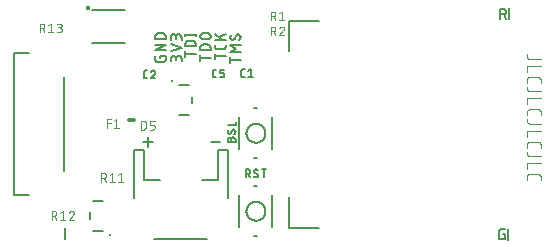
<source format=gbr>
G04 EAGLE Gerber RS-274X export*
G75*
%MOMM*%
%FSLAX34Y34*%
%LPD*%
%INSilkscreen Top*%
%IPPOS*%
%AMOC8*
5,1,8,0,0,1.08239X$1,22.5*%
G01*
%ADD10C,0.101600*%
%ADD11C,0.152400*%
%ADD12C,0.127000*%
%ADD13C,0.203200*%
%ADD14C,0.400000*%
%ADD15C,0.254000*%
%ADD16C,0.177800*%
%ADD17C,0.300000*%
%ADD18C,0.076200*%


D10*
X439230Y156729D02*
X430142Y156729D01*
X430043Y156731D01*
X429943Y156737D01*
X429844Y156746D01*
X429746Y156759D01*
X429648Y156776D01*
X429550Y156797D01*
X429454Y156822D01*
X429359Y156850D01*
X429265Y156882D01*
X429172Y156917D01*
X429080Y156956D01*
X428990Y156999D01*
X428902Y157044D01*
X428815Y157094D01*
X428731Y157146D01*
X428648Y157202D01*
X428568Y157260D01*
X428490Y157322D01*
X428415Y157387D01*
X428342Y157455D01*
X428272Y157525D01*
X428204Y157598D01*
X428139Y157673D01*
X428077Y157751D01*
X428019Y157831D01*
X427963Y157914D01*
X427911Y157998D01*
X427861Y158085D01*
X427816Y158173D01*
X427773Y158263D01*
X427734Y158355D01*
X427699Y158448D01*
X427667Y158542D01*
X427639Y158637D01*
X427614Y158733D01*
X427593Y158831D01*
X427576Y158929D01*
X427563Y159027D01*
X427554Y159126D01*
X427548Y159226D01*
X427546Y159325D01*
X427546Y160623D01*
X427546Y151052D02*
X439230Y151052D01*
X427546Y151052D02*
X427546Y145859D01*
X427546Y138986D02*
X427546Y136390D01*
X427546Y138986D02*
X427548Y139085D01*
X427554Y139185D01*
X427563Y139284D01*
X427576Y139382D01*
X427593Y139480D01*
X427614Y139578D01*
X427639Y139674D01*
X427667Y139769D01*
X427699Y139863D01*
X427734Y139956D01*
X427773Y140048D01*
X427816Y140138D01*
X427861Y140226D01*
X427911Y140313D01*
X427963Y140397D01*
X428019Y140480D01*
X428077Y140560D01*
X428139Y140638D01*
X428204Y140713D01*
X428272Y140786D01*
X428342Y140856D01*
X428415Y140924D01*
X428490Y140989D01*
X428568Y141051D01*
X428648Y141109D01*
X428731Y141165D01*
X428815Y141217D01*
X428902Y141267D01*
X428990Y141312D01*
X429080Y141355D01*
X429172Y141394D01*
X429265Y141429D01*
X429359Y141461D01*
X429454Y141489D01*
X429550Y141514D01*
X429648Y141535D01*
X429746Y141552D01*
X429844Y141565D01*
X429943Y141574D01*
X430043Y141580D01*
X430142Y141582D01*
X436633Y141582D01*
X436732Y141580D01*
X436832Y141574D01*
X436931Y141565D01*
X437029Y141552D01*
X437127Y141535D01*
X437225Y141514D01*
X437321Y141489D01*
X437416Y141461D01*
X437510Y141429D01*
X437603Y141394D01*
X437695Y141355D01*
X437785Y141312D01*
X437873Y141267D01*
X437960Y141217D01*
X438044Y141165D01*
X438127Y141109D01*
X438207Y141051D01*
X438285Y140989D01*
X438360Y140924D01*
X438433Y140856D01*
X438503Y140786D01*
X438571Y140713D01*
X438636Y140638D01*
X438698Y140560D01*
X438756Y140480D01*
X438812Y140397D01*
X438864Y140313D01*
X438914Y140226D01*
X438959Y140138D01*
X439002Y140048D01*
X439041Y139956D01*
X439076Y139864D01*
X439108Y139769D01*
X439136Y139674D01*
X439161Y139578D01*
X439182Y139480D01*
X439199Y139382D01*
X439212Y139284D01*
X439221Y139185D01*
X439227Y139085D01*
X439229Y138986D01*
X439230Y138986D02*
X439230Y136390D01*
X439230Y129297D02*
X430142Y129297D01*
X430043Y129299D01*
X429943Y129305D01*
X429844Y129314D01*
X429746Y129327D01*
X429648Y129344D01*
X429550Y129365D01*
X429454Y129390D01*
X429359Y129418D01*
X429265Y129450D01*
X429172Y129485D01*
X429080Y129524D01*
X428990Y129567D01*
X428902Y129612D01*
X428815Y129662D01*
X428731Y129714D01*
X428648Y129770D01*
X428568Y129828D01*
X428490Y129890D01*
X428415Y129955D01*
X428342Y130023D01*
X428272Y130093D01*
X428204Y130166D01*
X428139Y130241D01*
X428077Y130319D01*
X428019Y130399D01*
X427963Y130482D01*
X427911Y130566D01*
X427861Y130653D01*
X427816Y130741D01*
X427773Y130831D01*
X427734Y130923D01*
X427699Y131016D01*
X427667Y131110D01*
X427639Y131205D01*
X427614Y131301D01*
X427593Y131399D01*
X427576Y131497D01*
X427563Y131595D01*
X427554Y131694D01*
X427548Y131794D01*
X427546Y131893D01*
X427546Y133191D01*
X427546Y123620D02*
X439230Y123620D01*
X427546Y123620D02*
X427546Y118427D01*
X427546Y111554D02*
X427546Y108958D01*
X427546Y111554D02*
X427548Y111653D01*
X427554Y111753D01*
X427563Y111852D01*
X427576Y111950D01*
X427593Y112048D01*
X427614Y112146D01*
X427639Y112242D01*
X427667Y112337D01*
X427699Y112431D01*
X427734Y112524D01*
X427773Y112616D01*
X427816Y112706D01*
X427861Y112794D01*
X427911Y112881D01*
X427963Y112965D01*
X428019Y113048D01*
X428077Y113128D01*
X428139Y113206D01*
X428204Y113281D01*
X428272Y113354D01*
X428342Y113424D01*
X428415Y113492D01*
X428490Y113557D01*
X428568Y113619D01*
X428648Y113677D01*
X428731Y113733D01*
X428815Y113785D01*
X428902Y113835D01*
X428990Y113880D01*
X429080Y113923D01*
X429172Y113962D01*
X429265Y113997D01*
X429359Y114029D01*
X429454Y114057D01*
X429550Y114082D01*
X429648Y114103D01*
X429746Y114120D01*
X429844Y114133D01*
X429943Y114142D01*
X430043Y114148D01*
X430142Y114150D01*
X436633Y114150D01*
X436732Y114148D01*
X436832Y114142D01*
X436931Y114133D01*
X437029Y114120D01*
X437127Y114103D01*
X437225Y114082D01*
X437321Y114057D01*
X437416Y114029D01*
X437510Y113997D01*
X437603Y113962D01*
X437695Y113923D01*
X437785Y113880D01*
X437873Y113835D01*
X437960Y113785D01*
X438044Y113733D01*
X438127Y113677D01*
X438207Y113619D01*
X438285Y113557D01*
X438360Y113492D01*
X438433Y113424D01*
X438503Y113354D01*
X438571Y113281D01*
X438636Y113206D01*
X438698Y113128D01*
X438756Y113048D01*
X438812Y112965D01*
X438864Y112881D01*
X438914Y112794D01*
X438959Y112706D01*
X439002Y112616D01*
X439041Y112524D01*
X439076Y112432D01*
X439108Y112337D01*
X439136Y112242D01*
X439161Y112146D01*
X439182Y112048D01*
X439199Y111950D01*
X439212Y111852D01*
X439221Y111753D01*
X439227Y111653D01*
X439229Y111554D01*
X439230Y111554D02*
X439230Y108958D01*
X439230Y101865D02*
X430142Y101865D01*
X430043Y101867D01*
X429943Y101873D01*
X429844Y101882D01*
X429746Y101895D01*
X429648Y101912D01*
X429550Y101933D01*
X429454Y101958D01*
X429359Y101986D01*
X429265Y102018D01*
X429172Y102053D01*
X429080Y102092D01*
X428990Y102135D01*
X428902Y102180D01*
X428815Y102230D01*
X428731Y102282D01*
X428648Y102338D01*
X428568Y102396D01*
X428490Y102458D01*
X428415Y102523D01*
X428342Y102591D01*
X428272Y102661D01*
X428204Y102734D01*
X428139Y102809D01*
X428077Y102887D01*
X428019Y102967D01*
X427963Y103050D01*
X427911Y103134D01*
X427861Y103221D01*
X427816Y103309D01*
X427773Y103399D01*
X427734Y103491D01*
X427699Y103584D01*
X427667Y103678D01*
X427639Y103773D01*
X427614Y103869D01*
X427593Y103967D01*
X427576Y104065D01*
X427563Y104163D01*
X427554Y104262D01*
X427548Y104362D01*
X427546Y104461D01*
X427546Y105759D01*
X427546Y96188D02*
X439230Y96188D01*
X427546Y96188D02*
X427546Y90995D01*
X427546Y84122D02*
X427546Y81526D01*
X427546Y84122D02*
X427548Y84221D01*
X427554Y84321D01*
X427563Y84420D01*
X427576Y84518D01*
X427593Y84616D01*
X427614Y84714D01*
X427639Y84810D01*
X427667Y84905D01*
X427699Y84999D01*
X427734Y85092D01*
X427773Y85184D01*
X427816Y85274D01*
X427861Y85362D01*
X427911Y85449D01*
X427963Y85533D01*
X428019Y85616D01*
X428077Y85696D01*
X428139Y85774D01*
X428204Y85849D01*
X428272Y85922D01*
X428342Y85992D01*
X428415Y86060D01*
X428490Y86125D01*
X428568Y86187D01*
X428648Y86245D01*
X428731Y86301D01*
X428815Y86353D01*
X428902Y86403D01*
X428990Y86448D01*
X429080Y86491D01*
X429172Y86530D01*
X429265Y86565D01*
X429359Y86597D01*
X429454Y86625D01*
X429550Y86650D01*
X429648Y86671D01*
X429746Y86688D01*
X429844Y86701D01*
X429943Y86710D01*
X430043Y86716D01*
X430142Y86718D01*
X436633Y86718D01*
X436732Y86716D01*
X436832Y86710D01*
X436931Y86701D01*
X437029Y86688D01*
X437127Y86671D01*
X437225Y86650D01*
X437321Y86625D01*
X437416Y86597D01*
X437510Y86565D01*
X437603Y86530D01*
X437695Y86491D01*
X437785Y86448D01*
X437873Y86403D01*
X437960Y86353D01*
X438044Y86301D01*
X438127Y86245D01*
X438207Y86187D01*
X438285Y86125D01*
X438360Y86060D01*
X438433Y85992D01*
X438503Y85922D01*
X438571Y85849D01*
X438636Y85774D01*
X438698Y85696D01*
X438756Y85616D01*
X438812Y85533D01*
X438864Y85449D01*
X438914Y85362D01*
X438959Y85274D01*
X439002Y85184D01*
X439041Y85092D01*
X439076Y85000D01*
X439108Y84905D01*
X439136Y84810D01*
X439161Y84714D01*
X439182Y84616D01*
X439199Y84518D01*
X439212Y84420D01*
X439221Y84321D01*
X439227Y84221D01*
X439229Y84122D01*
X439230Y84122D02*
X439230Y81526D01*
X439230Y74433D02*
X430142Y74433D01*
X430043Y74435D01*
X429943Y74441D01*
X429844Y74450D01*
X429746Y74463D01*
X429648Y74480D01*
X429550Y74501D01*
X429454Y74526D01*
X429359Y74554D01*
X429265Y74586D01*
X429172Y74621D01*
X429080Y74660D01*
X428990Y74703D01*
X428902Y74748D01*
X428815Y74798D01*
X428731Y74850D01*
X428648Y74906D01*
X428568Y74964D01*
X428490Y75026D01*
X428415Y75091D01*
X428342Y75159D01*
X428272Y75229D01*
X428204Y75302D01*
X428139Y75377D01*
X428077Y75455D01*
X428019Y75535D01*
X427963Y75618D01*
X427911Y75702D01*
X427861Y75789D01*
X427816Y75877D01*
X427773Y75967D01*
X427734Y76059D01*
X427699Y76152D01*
X427667Y76246D01*
X427639Y76341D01*
X427614Y76437D01*
X427593Y76535D01*
X427576Y76633D01*
X427563Y76731D01*
X427554Y76830D01*
X427548Y76930D01*
X427546Y77029D01*
X427546Y78327D01*
X427546Y68756D02*
X439230Y68756D01*
X427546Y68756D02*
X427546Y63563D01*
X427546Y56690D02*
X427546Y54094D01*
X427546Y56690D02*
X427548Y56789D01*
X427554Y56889D01*
X427563Y56988D01*
X427576Y57086D01*
X427593Y57184D01*
X427614Y57282D01*
X427639Y57378D01*
X427667Y57473D01*
X427699Y57567D01*
X427734Y57660D01*
X427773Y57752D01*
X427816Y57842D01*
X427861Y57930D01*
X427911Y58017D01*
X427963Y58101D01*
X428019Y58184D01*
X428077Y58264D01*
X428139Y58342D01*
X428204Y58417D01*
X428272Y58490D01*
X428342Y58560D01*
X428415Y58628D01*
X428490Y58693D01*
X428568Y58755D01*
X428648Y58813D01*
X428731Y58869D01*
X428815Y58921D01*
X428902Y58971D01*
X428990Y59016D01*
X429080Y59059D01*
X429172Y59098D01*
X429265Y59133D01*
X429359Y59165D01*
X429454Y59193D01*
X429550Y59218D01*
X429648Y59239D01*
X429746Y59256D01*
X429844Y59269D01*
X429943Y59278D01*
X430043Y59284D01*
X430142Y59286D01*
X436633Y59286D01*
X436732Y59284D01*
X436832Y59278D01*
X436931Y59269D01*
X437029Y59256D01*
X437127Y59239D01*
X437225Y59218D01*
X437321Y59193D01*
X437416Y59165D01*
X437510Y59133D01*
X437603Y59098D01*
X437695Y59059D01*
X437785Y59016D01*
X437873Y58971D01*
X437960Y58921D01*
X438044Y58869D01*
X438127Y58813D01*
X438207Y58755D01*
X438285Y58693D01*
X438360Y58628D01*
X438433Y58560D01*
X438503Y58490D01*
X438571Y58417D01*
X438636Y58342D01*
X438698Y58264D01*
X438756Y58184D01*
X438812Y58101D01*
X438864Y58017D01*
X438914Y57930D01*
X438959Y57842D01*
X439002Y57752D01*
X439041Y57660D01*
X439076Y57568D01*
X439108Y57473D01*
X439136Y57378D01*
X439161Y57282D01*
X439182Y57184D01*
X439199Y57086D01*
X439212Y56988D01*
X439221Y56889D01*
X439227Y56789D01*
X439229Y56690D01*
X439230Y56690D02*
X439230Y54094D01*
D11*
X116837Y157679D02*
X116837Y159118D01*
X121634Y159118D01*
X121634Y156240D01*
X121632Y156154D01*
X121626Y156068D01*
X121617Y155982D01*
X121603Y155897D01*
X121586Y155813D01*
X121565Y155729D01*
X121540Y155647D01*
X121512Y155566D01*
X121480Y155486D01*
X121444Y155407D01*
X121405Y155331D01*
X121362Y155256D01*
X121317Y155183D01*
X121268Y155112D01*
X121215Y155044D01*
X121160Y154977D01*
X121102Y154914D01*
X121041Y154853D01*
X120978Y154795D01*
X120911Y154740D01*
X120843Y154688D01*
X120772Y154638D01*
X120699Y154593D01*
X120624Y154550D01*
X120548Y154511D01*
X120469Y154475D01*
X120389Y154443D01*
X120308Y154415D01*
X120226Y154390D01*
X120142Y154369D01*
X120058Y154352D01*
X119973Y154338D01*
X119887Y154329D01*
X119801Y154323D01*
X119715Y154321D01*
X114917Y154321D01*
X114831Y154323D01*
X114745Y154329D01*
X114659Y154338D01*
X114574Y154352D01*
X114490Y154369D01*
X114406Y154390D01*
X114324Y154415D01*
X114243Y154443D01*
X114163Y154475D01*
X114084Y154511D01*
X114008Y154550D01*
X113933Y154593D01*
X113860Y154638D01*
X113789Y154687D01*
X113721Y154740D01*
X113654Y154795D01*
X113591Y154853D01*
X113530Y154914D01*
X113472Y154977D01*
X113417Y155044D01*
X113365Y155112D01*
X113315Y155183D01*
X113270Y155256D01*
X113227Y155331D01*
X113188Y155407D01*
X113152Y155486D01*
X113120Y155566D01*
X113092Y155647D01*
X113067Y155729D01*
X113046Y155813D01*
X113029Y155897D01*
X113015Y155982D01*
X113006Y156068D01*
X113000Y156154D01*
X112998Y156240D01*
X112998Y159118D01*
X112998Y164074D02*
X121634Y164074D01*
X121634Y168872D02*
X112998Y164074D01*
X112998Y168872D02*
X121634Y168872D01*
X121634Y173828D02*
X112998Y173828D01*
X112998Y176227D01*
X113000Y176324D01*
X113006Y176420D01*
X113015Y176516D01*
X113029Y176612D01*
X113046Y176707D01*
X113068Y176801D01*
X113093Y176894D01*
X113121Y176987D01*
X113154Y177078D01*
X113190Y177167D01*
X113230Y177255D01*
X113273Y177342D01*
X113319Y177427D01*
X113369Y177509D01*
X113423Y177590D01*
X113479Y177668D01*
X113539Y177744D01*
X113601Y177818D01*
X113667Y177889D01*
X113735Y177957D01*
X113806Y178023D01*
X113880Y178085D01*
X113956Y178145D01*
X114034Y178201D01*
X114115Y178255D01*
X114198Y178305D01*
X114282Y178351D01*
X114369Y178394D01*
X114457Y178434D01*
X114546Y178470D01*
X114637Y178503D01*
X114730Y178531D01*
X114823Y178556D01*
X114917Y178578D01*
X115012Y178595D01*
X115108Y178609D01*
X115204Y178618D01*
X115300Y178624D01*
X115397Y178626D01*
X119235Y178626D01*
X119332Y178624D01*
X119428Y178618D01*
X119524Y178609D01*
X119620Y178595D01*
X119715Y178578D01*
X119809Y178556D01*
X119902Y178531D01*
X119995Y178503D01*
X120086Y178470D01*
X120175Y178434D01*
X120263Y178394D01*
X120350Y178351D01*
X120435Y178305D01*
X120517Y178255D01*
X120598Y178201D01*
X120676Y178145D01*
X120752Y178085D01*
X120826Y178023D01*
X120897Y177957D01*
X120965Y177889D01*
X121031Y177818D01*
X121093Y177744D01*
X121153Y177668D01*
X121209Y177590D01*
X121263Y177509D01*
X121313Y177427D01*
X121359Y177342D01*
X121402Y177255D01*
X121442Y177167D01*
X121478Y177078D01*
X121511Y176987D01*
X121539Y176894D01*
X121564Y176801D01*
X121586Y176707D01*
X121603Y176612D01*
X121617Y176516D01*
X121626Y176420D01*
X121632Y176324D01*
X121634Y176227D01*
X121634Y173828D01*
X135128Y157145D02*
X135128Y154746D01*
X135128Y157145D02*
X135126Y157242D01*
X135120Y157338D01*
X135111Y157434D01*
X135097Y157530D01*
X135080Y157625D01*
X135058Y157719D01*
X135033Y157812D01*
X135005Y157905D01*
X134972Y157996D01*
X134936Y158085D01*
X134896Y158173D01*
X134853Y158260D01*
X134807Y158345D01*
X134757Y158427D01*
X134703Y158508D01*
X134647Y158586D01*
X134587Y158662D01*
X134525Y158736D01*
X134459Y158807D01*
X134391Y158875D01*
X134320Y158941D01*
X134246Y159003D01*
X134170Y159063D01*
X134092Y159119D01*
X134011Y159173D01*
X133929Y159223D01*
X133844Y159269D01*
X133757Y159312D01*
X133669Y159352D01*
X133580Y159388D01*
X133489Y159421D01*
X133396Y159449D01*
X133303Y159474D01*
X133209Y159496D01*
X133114Y159513D01*
X133018Y159527D01*
X132922Y159536D01*
X132826Y159542D01*
X132729Y159544D01*
X132632Y159542D01*
X132536Y159536D01*
X132440Y159527D01*
X132344Y159513D01*
X132249Y159496D01*
X132155Y159474D01*
X132062Y159449D01*
X131969Y159421D01*
X131878Y159388D01*
X131789Y159352D01*
X131701Y159312D01*
X131614Y159269D01*
X131530Y159223D01*
X131447Y159173D01*
X131366Y159119D01*
X131288Y159063D01*
X131212Y159003D01*
X131138Y158941D01*
X131067Y158875D01*
X130999Y158807D01*
X130933Y158736D01*
X130871Y158662D01*
X130811Y158586D01*
X130755Y158508D01*
X130701Y158427D01*
X130651Y158345D01*
X130605Y158260D01*
X130562Y158173D01*
X130522Y158085D01*
X130486Y157996D01*
X130453Y157905D01*
X130425Y157812D01*
X130400Y157719D01*
X130378Y157625D01*
X130361Y157530D01*
X130347Y157434D01*
X130338Y157338D01*
X130332Y157242D01*
X130330Y157145D01*
X126492Y157625D02*
X126492Y154746D01*
X126492Y157625D02*
X126494Y157711D01*
X126500Y157797D01*
X126509Y157883D01*
X126523Y157968D01*
X126540Y158052D01*
X126561Y158136D01*
X126586Y158218D01*
X126614Y158299D01*
X126646Y158379D01*
X126682Y158458D01*
X126721Y158534D01*
X126764Y158609D01*
X126809Y158682D01*
X126858Y158753D01*
X126911Y158821D01*
X126966Y158888D01*
X127024Y158951D01*
X127085Y159012D01*
X127148Y159070D01*
X127215Y159125D01*
X127283Y159178D01*
X127354Y159227D01*
X127427Y159272D01*
X127502Y159315D01*
X127578Y159354D01*
X127657Y159390D01*
X127737Y159422D01*
X127818Y159450D01*
X127900Y159475D01*
X127984Y159496D01*
X128068Y159513D01*
X128153Y159527D01*
X128239Y159536D01*
X128325Y159542D01*
X128411Y159544D01*
X128497Y159542D01*
X128583Y159536D01*
X128669Y159527D01*
X128754Y159513D01*
X128838Y159496D01*
X128922Y159475D01*
X129004Y159450D01*
X129085Y159422D01*
X129165Y159390D01*
X129244Y159354D01*
X129320Y159315D01*
X129395Y159272D01*
X129468Y159227D01*
X129539Y159178D01*
X129607Y159125D01*
X129674Y159070D01*
X129737Y159012D01*
X129798Y158951D01*
X129856Y158888D01*
X129911Y158821D01*
X129964Y158753D01*
X130013Y158682D01*
X130058Y158609D01*
X130101Y158534D01*
X130140Y158458D01*
X130176Y158379D01*
X130208Y158299D01*
X130236Y158218D01*
X130261Y158136D01*
X130282Y158052D01*
X130299Y157968D01*
X130313Y157883D01*
X130322Y157797D01*
X130328Y157711D01*
X130330Y157625D01*
X130330Y155706D01*
X126492Y163410D02*
X135128Y166289D01*
X126492Y169168D01*
X135128Y173034D02*
X135128Y175433D01*
X135126Y175530D01*
X135120Y175626D01*
X135111Y175722D01*
X135097Y175818D01*
X135080Y175913D01*
X135058Y176007D01*
X135033Y176100D01*
X135005Y176193D01*
X134972Y176284D01*
X134936Y176373D01*
X134896Y176461D01*
X134853Y176548D01*
X134807Y176633D01*
X134757Y176715D01*
X134703Y176796D01*
X134647Y176874D01*
X134587Y176950D01*
X134525Y177024D01*
X134459Y177095D01*
X134391Y177163D01*
X134320Y177229D01*
X134246Y177291D01*
X134170Y177351D01*
X134092Y177407D01*
X134011Y177461D01*
X133929Y177511D01*
X133844Y177557D01*
X133757Y177600D01*
X133669Y177640D01*
X133580Y177676D01*
X133489Y177709D01*
X133396Y177737D01*
X133303Y177762D01*
X133209Y177784D01*
X133114Y177801D01*
X133018Y177815D01*
X132922Y177824D01*
X132826Y177830D01*
X132729Y177832D01*
X132632Y177830D01*
X132536Y177824D01*
X132440Y177815D01*
X132344Y177801D01*
X132249Y177784D01*
X132155Y177762D01*
X132062Y177737D01*
X131969Y177709D01*
X131878Y177676D01*
X131789Y177640D01*
X131701Y177600D01*
X131614Y177557D01*
X131530Y177511D01*
X131447Y177461D01*
X131366Y177407D01*
X131288Y177351D01*
X131212Y177291D01*
X131138Y177229D01*
X131067Y177163D01*
X130999Y177095D01*
X130933Y177024D01*
X130871Y176950D01*
X130811Y176874D01*
X130755Y176796D01*
X130701Y176715D01*
X130651Y176633D01*
X130605Y176548D01*
X130562Y176461D01*
X130522Y176373D01*
X130486Y176284D01*
X130453Y176193D01*
X130425Y176100D01*
X130400Y176007D01*
X130378Y175913D01*
X130361Y175818D01*
X130347Y175722D01*
X130338Y175626D01*
X130332Y175530D01*
X130330Y175433D01*
X126492Y175913D02*
X126492Y173034D01*
X126492Y175913D02*
X126494Y175999D01*
X126500Y176085D01*
X126509Y176171D01*
X126523Y176256D01*
X126540Y176340D01*
X126561Y176424D01*
X126586Y176506D01*
X126614Y176587D01*
X126646Y176667D01*
X126682Y176746D01*
X126721Y176822D01*
X126764Y176897D01*
X126809Y176970D01*
X126858Y177041D01*
X126911Y177109D01*
X126966Y177176D01*
X127024Y177239D01*
X127085Y177300D01*
X127148Y177358D01*
X127215Y177413D01*
X127283Y177466D01*
X127354Y177515D01*
X127427Y177560D01*
X127502Y177603D01*
X127578Y177642D01*
X127657Y177678D01*
X127737Y177710D01*
X127818Y177738D01*
X127900Y177763D01*
X127984Y177784D01*
X128068Y177801D01*
X128153Y177815D01*
X128239Y177824D01*
X128325Y177830D01*
X128411Y177832D01*
X128497Y177830D01*
X128583Y177824D01*
X128669Y177815D01*
X128754Y177801D01*
X128838Y177784D01*
X128922Y177763D01*
X129004Y177738D01*
X129085Y177710D01*
X129165Y177678D01*
X129244Y177642D01*
X129320Y177603D01*
X129395Y177560D01*
X129468Y177515D01*
X129539Y177466D01*
X129607Y177413D01*
X129674Y177358D01*
X129737Y177300D01*
X129798Y177239D01*
X129856Y177176D01*
X129911Y177109D01*
X129964Y177041D01*
X130013Y176970D01*
X130058Y176897D01*
X130101Y176822D01*
X130140Y176746D01*
X130176Y176667D01*
X130208Y176587D01*
X130236Y176506D01*
X130261Y176424D01*
X130282Y176340D01*
X130299Y176256D01*
X130313Y176171D01*
X130322Y176085D01*
X130328Y175999D01*
X130330Y175913D01*
X130330Y173994D01*
X138398Y160889D02*
X147034Y160889D01*
X138398Y158490D02*
X138398Y163288D01*
X138398Y167330D02*
X147034Y167330D01*
X138398Y167330D02*
X138398Y169729D01*
X138400Y169826D01*
X138406Y169922D01*
X138415Y170018D01*
X138429Y170114D01*
X138446Y170209D01*
X138468Y170303D01*
X138493Y170396D01*
X138521Y170489D01*
X138554Y170580D01*
X138590Y170669D01*
X138630Y170757D01*
X138673Y170844D01*
X138719Y170929D01*
X138769Y171011D01*
X138823Y171092D01*
X138879Y171170D01*
X138939Y171246D01*
X139001Y171320D01*
X139067Y171391D01*
X139135Y171459D01*
X139206Y171525D01*
X139280Y171587D01*
X139356Y171647D01*
X139434Y171703D01*
X139515Y171757D01*
X139598Y171807D01*
X139682Y171853D01*
X139769Y171896D01*
X139857Y171936D01*
X139946Y171972D01*
X140037Y172005D01*
X140130Y172033D01*
X140223Y172058D01*
X140317Y172080D01*
X140412Y172097D01*
X140508Y172111D01*
X140604Y172120D01*
X140700Y172126D01*
X140797Y172128D01*
X140797Y172127D02*
X144635Y172127D01*
X144635Y172128D02*
X144732Y172126D01*
X144828Y172120D01*
X144924Y172111D01*
X145020Y172097D01*
X145115Y172080D01*
X145209Y172058D01*
X145302Y172033D01*
X145395Y172005D01*
X145486Y171972D01*
X145575Y171936D01*
X145663Y171896D01*
X145750Y171853D01*
X145835Y171807D01*
X145917Y171757D01*
X145998Y171703D01*
X146076Y171647D01*
X146152Y171587D01*
X146226Y171525D01*
X146297Y171459D01*
X146365Y171391D01*
X146431Y171320D01*
X146493Y171246D01*
X146553Y171170D01*
X146609Y171092D01*
X146663Y171011D01*
X146713Y170929D01*
X146759Y170844D01*
X146802Y170757D01*
X146842Y170669D01*
X146878Y170580D01*
X146911Y170489D01*
X146939Y170396D01*
X146964Y170303D01*
X146986Y170209D01*
X147003Y170114D01*
X147017Y170018D01*
X147026Y169922D01*
X147032Y169826D01*
X147034Y169729D01*
X147034Y167330D01*
X147034Y177348D02*
X138398Y177348D01*
X147034Y176389D02*
X147034Y178308D01*
X138398Y178308D02*
X138398Y176389D01*
X151098Y157780D02*
X159734Y157780D01*
X151098Y155381D02*
X151098Y160179D01*
X151098Y164220D02*
X159734Y164220D01*
X151098Y164220D02*
X151098Y166619D01*
X151100Y166716D01*
X151106Y166812D01*
X151115Y166908D01*
X151129Y167004D01*
X151146Y167099D01*
X151168Y167193D01*
X151193Y167286D01*
X151221Y167379D01*
X151254Y167470D01*
X151290Y167559D01*
X151330Y167647D01*
X151373Y167734D01*
X151419Y167819D01*
X151469Y167901D01*
X151523Y167982D01*
X151579Y168060D01*
X151639Y168136D01*
X151701Y168210D01*
X151767Y168281D01*
X151835Y168349D01*
X151906Y168415D01*
X151980Y168477D01*
X152056Y168537D01*
X152134Y168593D01*
X152215Y168647D01*
X152298Y168697D01*
X152382Y168743D01*
X152469Y168786D01*
X152557Y168826D01*
X152646Y168862D01*
X152737Y168895D01*
X152830Y168923D01*
X152923Y168948D01*
X153017Y168970D01*
X153112Y168987D01*
X153208Y169001D01*
X153304Y169010D01*
X153400Y169016D01*
X153497Y169018D01*
X157335Y169018D01*
X157432Y169016D01*
X157528Y169010D01*
X157624Y169001D01*
X157720Y168987D01*
X157815Y168970D01*
X157909Y168948D01*
X158002Y168923D01*
X158095Y168895D01*
X158186Y168862D01*
X158275Y168826D01*
X158363Y168786D01*
X158450Y168743D01*
X158535Y168697D01*
X158617Y168647D01*
X158698Y168593D01*
X158776Y168537D01*
X158852Y168477D01*
X158926Y168415D01*
X158997Y168349D01*
X159065Y168281D01*
X159131Y168210D01*
X159193Y168136D01*
X159253Y168060D01*
X159309Y167982D01*
X159363Y167901D01*
X159413Y167819D01*
X159459Y167734D01*
X159502Y167647D01*
X159542Y167559D01*
X159578Y167470D01*
X159611Y167379D01*
X159639Y167286D01*
X159664Y167193D01*
X159686Y167099D01*
X159703Y167004D01*
X159717Y166908D01*
X159726Y166812D01*
X159732Y166716D01*
X159734Y166619D01*
X159734Y164220D01*
X157335Y173669D02*
X153497Y173669D01*
X153400Y173671D01*
X153304Y173677D01*
X153208Y173686D01*
X153112Y173700D01*
X153017Y173717D01*
X152923Y173739D01*
X152830Y173764D01*
X152737Y173792D01*
X152646Y173825D01*
X152557Y173861D01*
X152469Y173901D01*
X152382Y173944D01*
X152297Y173990D01*
X152215Y174040D01*
X152134Y174094D01*
X152056Y174150D01*
X151980Y174210D01*
X151906Y174272D01*
X151835Y174338D01*
X151767Y174406D01*
X151701Y174477D01*
X151639Y174551D01*
X151579Y174627D01*
X151523Y174705D01*
X151469Y174786D01*
X151419Y174869D01*
X151373Y174953D01*
X151330Y175040D01*
X151290Y175128D01*
X151254Y175217D01*
X151221Y175308D01*
X151193Y175401D01*
X151168Y175494D01*
X151146Y175588D01*
X151129Y175683D01*
X151115Y175779D01*
X151106Y175875D01*
X151100Y175971D01*
X151098Y176068D01*
X151100Y176165D01*
X151106Y176261D01*
X151115Y176357D01*
X151129Y176453D01*
X151146Y176548D01*
X151168Y176642D01*
X151193Y176735D01*
X151221Y176828D01*
X151254Y176919D01*
X151290Y177008D01*
X151330Y177096D01*
X151373Y177183D01*
X151419Y177268D01*
X151469Y177350D01*
X151523Y177431D01*
X151579Y177509D01*
X151639Y177585D01*
X151701Y177659D01*
X151767Y177730D01*
X151835Y177798D01*
X151906Y177864D01*
X151980Y177926D01*
X152056Y177986D01*
X152134Y178042D01*
X152215Y178096D01*
X152298Y178146D01*
X152382Y178192D01*
X152469Y178235D01*
X152557Y178275D01*
X152646Y178311D01*
X152737Y178344D01*
X152830Y178372D01*
X152923Y178397D01*
X153017Y178419D01*
X153112Y178436D01*
X153208Y178450D01*
X153304Y178459D01*
X153400Y178465D01*
X153497Y178467D01*
X157335Y178467D01*
X157432Y178465D01*
X157528Y178459D01*
X157624Y178450D01*
X157720Y178436D01*
X157815Y178419D01*
X157909Y178397D01*
X158002Y178372D01*
X158095Y178344D01*
X158186Y178311D01*
X158275Y178275D01*
X158363Y178235D01*
X158450Y178192D01*
X158535Y178146D01*
X158617Y178096D01*
X158698Y178042D01*
X158776Y177986D01*
X158852Y177926D01*
X158926Y177864D01*
X158997Y177798D01*
X159065Y177730D01*
X159131Y177659D01*
X159193Y177585D01*
X159253Y177509D01*
X159309Y177431D01*
X159363Y177350D01*
X159413Y177267D01*
X159459Y177183D01*
X159502Y177096D01*
X159542Y177008D01*
X159578Y176919D01*
X159611Y176828D01*
X159639Y176735D01*
X159664Y176642D01*
X159686Y176548D01*
X159703Y176453D01*
X159717Y176357D01*
X159726Y176261D01*
X159732Y176165D01*
X159734Y176068D01*
X159732Y175971D01*
X159726Y175875D01*
X159717Y175779D01*
X159703Y175683D01*
X159686Y175588D01*
X159664Y175494D01*
X159639Y175401D01*
X159611Y175308D01*
X159578Y175217D01*
X159542Y175128D01*
X159502Y175040D01*
X159459Y174953D01*
X159413Y174869D01*
X159363Y174786D01*
X159309Y174705D01*
X159253Y174627D01*
X159193Y174551D01*
X159131Y174477D01*
X159065Y174406D01*
X158997Y174338D01*
X158926Y174272D01*
X158852Y174210D01*
X158776Y174150D01*
X158698Y174094D01*
X158617Y174040D01*
X158535Y173990D01*
X158450Y173944D01*
X158363Y173901D01*
X158275Y173861D01*
X158186Y173825D01*
X158095Y173792D01*
X158002Y173764D01*
X157909Y173739D01*
X157815Y173717D01*
X157720Y173700D01*
X157624Y173686D01*
X157528Y173677D01*
X157432Y173671D01*
X157335Y173669D01*
X163798Y158938D02*
X172434Y158938D01*
X163798Y156539D02*
X163798Y161337D01*
X172434Y166954D02*
X172434Y168873D01*
X172434Y166954D02*
X172432Y166868D01*
X172426Y166782D01*
X172417Y166696D01*
X172403Y166611D01*
X172386Y166527D01*
X172365Y166443D01*
X172340Y166361D01*
X172312Y166280D01*
X172280Y166200D01*
X172244Y166121D01*
X172205Y166045D01*
X172162Y165970D01*
X172117Y165897D01*
X172068Y165826D01*
X172015Y165758D01*
X171960Y165691D01*
X171902Y165628D01*
X171841Y165567D01*
X171778Y165509D01*
X171711Y165454D01*
X171643Y165402D01*
X171572Y165352D01*
X171499Y165307D01*
X171424Y165264D01*
X171348Y165225D01*
X171269Y165189D01*
X171189Y165157D01*
X171108Y165129D01*
X171026Y165104D01*
X170942Y165083D01*
X170858Y165066D01*
X170773Y165052D01*
X170687Y165043D01*
X170601Y165037D01*
X170515Y165035D01*
X165717Y165035D01*
X165631Y165037D01*
X165545Y165043D01*
X165459Y165052D01*
X165374Y165066D01*
X165290Y165083D01*
X165206Y165104D01*
X165124Y165129D01*
X165043Y165157D01*
X164963Y165189D01*
X164884Y165225D01*
X164808Y165264D01*
X164733Y165307D01*
X164660Y165352D01*
X164589Y165401D01*
X164521Y165454D01*
X164454Y165509D01*
X164391Y165567D01*
X164330Y165628D01*
X164272Y165691D01*
X164217Y165758D01*
X164165Y165826D01*
X164115Y165897D01*
X164070Y165970D01*
X164027Y166045D01*
X163988Y166121D01*
X163952Y166200D01*
X163920Y166280D01*
X163892Y166361D01*
X163867Y166443D01*
X163846Y166527D01*
X163829Y166611D01*
X163815Y166696D01*
X163806Y166782D01*
X163800Y166868D01*
X163798Y166954D01*
X163798Y168873D01*
X163798Y173193D02*
X172434Y173193D01*
X169076Y173193D02*
X163798Y177991D01*
X167157Y175112D02*
X172434Y177991D01*
X176498Y156072D02*
X185134Y156072D01*
X176498Y153673D02*
X176498Y158471D01*
X176498Y162642D02*
X185134Y162642D01*
X181296Y165521D02*
X176498Y162642D01*
X181296Y165521D02*
X176498Y168399D01*
X185134Y168399D01*
X185134Y175754D02*
X185132Y175840D01*
X185126Y175926D01*
X185117Y176012D01*
X185103Y176097D01*
X185086Y176181D01*
X185065Y176265D01*
X185040Y176347D01*
X185012Y176428D01*
X184980Y176508D01*
X184944Y176587D01*
X184905Y176663D01*
X184862Y176738D01*
X184817Y176811D01*
X184768Y176882D01*
X184715Y176950D01*
X184660Y177017D01*
X184602Y177080D01*
X184541Y177141D01*
X184478Y177199D01*
X184411Y177254D01*
X184343Y177307D01*
X184272Y177356D01*
X184199Y177401D01*
X184124Y177444D01*
X184048Y177483D01*
X183969Y177519D01*
X183889Y177551D01*
X183808Y177579D01*
X183726Y177604D01*
X183642Y177625D01*
X183558Y177642D01*
X183473Y177656D01*
X183387Y177665D01*
X183301Y177671D01*
X183215Y177673D01*
X185134Y175754D02*
X185132Y175631D01*
X185127Y175508D01*
X185117Y175385D01*
X185104Y175263D01*
X185087Y175141D01*
X185067Y175019D01*
X185043Y174899D01*
X185015Y174779D01*
X184984Y174660D01*
X184948Y174542D01*
X184910Y174425D01*
X184868Y174309D01*
X184822Y174195D01*
X184773Y174082D01*
X184721Y173971D01*
X184665Y173861D01*
X184606Y173753D01*
X184543Y173647D01*
X184478Y173543D01*
X184409Y173440D01*
X184337Y173340D01*
X184262Y173243D01*
X184185Y173147D01*
X184104Y173054D01*
X184021Y172963D01*
X183935Y172875D01*
X178417Y173115D02*
X178331Y173117D01*
X178245Y173123D01*
X178159Y173132D01*
X178074Y173146D01*
X177990Y173163D01*
X177906Y173184D01*
X177824Y173209D01*
X177743Y173237D01*
X177663Y173269D01*
X177584Y173305D01*
X177508Y173344D01*
X177433Y173387D01*
X177360Y173432D01*
X177289Y173481D01*
X177221Y173534D01*
X177154Y173589D01*
X177091Y173647D01*
X177030Y173708D01*
X176972Y173771D01*
X176917Y173838D01*
X176864Y173906D01*
X176815Y173977D01*
X176770Y174050D01*
X176727Y174125D01*
X176688Y174201D01*
X176652Y174280D01*
X176620Y174360D01*
X176592Y174441D01*
X176567Y174523D01*
X176546Y174607D01*
X176529Y174691D01*
X176515Y174776D01*
X176506Y174862D01*
X176500Y174948D01*
X176498Y175034D01*
X176499Y175034D02*
X176501Y175150D01*
X176506Y175265D01*
X176516Y175381D01*
X176529Y175496D01*
X176545Y175610D01*
X176566Y175724D01*
X176590Y175838D01*
X176618Y175950D01*
X176649Y176061D01*
X176684Y176172D01*
X176722Y176281D01*
X176764Y176389D01*
X176809Y176495D01*
X176858Y176601D01*
X176910Y176704D01*
X176965Y176806D01*
X177024Y176905D01*
X177086Y177003D01*
X177151Y177099D01*
X177219Y177193D01*
X180096Y174075D02*
X180050Y174000D01*
X180000Y173927D01*
X179947Y173857D01*
X179891Y173789D01*
X179832Y173724D01*
X179770Y173661D01*
X179706Y173602D01*
X179638Y173545D01*
X179568Y173491D01*
X179496Y173441D01*
X179422Y173394D01*
X179346Y173350D01*
X179267Y173310D01*
X179187Y173274D01*
X179106Y173241D01*
X179023Y173212D01*
X178938Y173186D01*
X178853Y173164D01*
X178767Y173147D01*
X178680Y173133D01*
X178593Y173123D01*
X178505Y173117D01*
X178417Y173115D01*
X181536Y176714D02*
X181582Y176788D01*
X181632Y176861D01*
X181685Y176931D01*
X181741Y176999D01*
X181800Y177064D01*
X181862Y177127D01*
X181927Y177186D01*
X181994Y177243D01*
X182064Y177297D01*
X182136Y177347D01*
X182210Y177394D01*
X182286Y177438D01*
X182365Y177478D01*
X182445Y177514D01*
X182526Y177547D01*
X182609Y177577D01*
X182694Y177602D01*
X182779Y177624D01*
X182865Y177641D01*
X182952Y177655D01*
X183039Y177665D01*
X183127Y177671D01*
X183215Y177673D01*
X181536Y176713D02*
X180097Y174075D01*
X405127Y190627D02*
X405127Y199263D01*
X407525Y199263D01*
X407622Y199261D01*
X407718Y199255D01*
X407814Y199246D01*
X407910Y199232D01*
X408005Y199215D01*
X408099Y199193D01*
X408192Y199168D01*
X408285Y199140D01*
X408376Y199107D01*
X408465Y199071D01*
X408553Y199031D01*
X408640Y198988D01*
X408725Y198942D01*
X408807Y198892D01*
X408888Y198838D01*
X408966Y198782D01*
X409042Y198722D01*
X409116Y198660D01*
X409187Y198594D01*
X409255Y198526D01*
X409321Y198455D01*
X409383Y198381D01*
X409443Y198305D01*
X409499Y198227D01*
X409553Y198146D01*
X409603Y198063D01*
X409649Y197979D01*
X409692Y197892D01*
X409732Y197804D01*
X409768Y197715D01*
X409801Y197624D01*
X409829Y197531D01*
X409854Y197438D01*
X409876Y197344D01*
X409893Y197249D01*
X409907Y197153D01*
X409916Y197057D01*
X409922Y196961D01*
X409924Y196864D01*
X409922Y196767D01*
X409916Y196671D01*
X409907Y196575D01*
X409893Y196479D01*
X409876Y196384D01*
X409854Y196290D01*
X409829Y196197D01*
X409801Y196104D01*
X409768Y196013D01*
X409732Y195924D01*
X409692Y195836D01*
X409649Y195749D01*
X409603Y195665D01*
X409553Y195582D01*
X409499Y195501D01*
X409443Y195423D01*
X409383Y195347D01*
X409321Y195273D01*
X409255Y195202D01*
X409187Y195134D01*
X409116Y195068D01*
X409042Y195006D01*
X408966Y194946D01*
X408888Y194890D01*
X408807Y194836D01*
X408725Y194786D01*
X408640Y194740D01*
X408553Y194697D01*
X408465Y194657D01*
X408376Y194621D01*
X408285Y194588D01*
X408192Y194560D01*
X408099Y194535D01*
X408005Y194513D01*
X407910Y194496D01*
X407814Y194482D01*
X407718Y194473D01*
X407622Y194467D01*
X407525Y194465D01*
X405127Y194465D01*
X408005Y194465D02*
X409924Y190627D01*
X408654Y8735D02*
X407215Y8735D01*
X408654Y8735D02*
X408654Y3937D01*
X405776Y3937D01*
X405690Y3939D01*
X405604Y3945D01*
X405518Y3954D01*
X405433Y3968D01*
X405349Y3985D01*
X405265Y4006D01*
X405183Y4031D01*
X405102Y4059D01*
X405022Y4091D01*
X404943Y4127D01*
X404867Y4166D01*
X404792Y4209D01*
X404719Y4254D01*
X404648Y4303D01*
X404580Y4356D01*
X404513Y4411D01*
X404450Y4469D01*
X404389Y4530D01*
X404331Y4593D01*
X404276Y4660D01*
X404223Y4728D01*
X404174Y4799D01*
X404129Y4872D01*
X404086Y4947D01*
X404047Y5023D01*
X404011Y5102D01*
X403979Y5182D01*
X403951Y5263D01*
X403926Y5345D01*
X403905Y5429D01*
X403888Y5513D01*
X403874Y5598D01*
X403865Y5684D01*
X403859Y5770D01*
X403857Y5856D01*
X403857Y10654D01*
X403859Y10740D01*
X403865Y10826D01*
X403874Y10912D01*
X403888Y10997D01*
X403905Y11081D01*
X403926Y11165D01*
X403951Y11247D01*
X403979Y11328D01*
X404011Y11408D01*
X404047Y11487D01*
X404086Y11563D01*
X404129Y11638D01*
X404174Y11711D01*
X404223Y11782D01*
X404276Y11850D01*
X404331Y11917D01*
X404389Y11980D01*
X404450Y12041D01*
X404513Y12099D01*
X404580Y12154D01*
X404648Y12206D01*
X404719Y12256D01*
X404792Y12301D01*
X404867Y12344D01*
X404943Y12383D01*
X405022Y12419D01*
X405102Y12451D01*
X405183Y12479D01*
X405265Y12504D01*
X405349Y12525D01*
X405433Y12542D01*
X405518Y12556D01*
X405604Y12565D01*
X405690Y12571D01*
X405776Y12573D01*
X408654Y12573D01*
D12*
X251457Y189012D02*
X226057Y189012D01*
X226024Y13969D02*
X251424Y13969D01*
X225908Y163365D02*
X225908Y188965D01*
X226008Y39565D02*
X226008Y13965D01*
X412115Y190500D02*
X412115Y200025D01*
X411321Y12700D02*
X411321Y3175D01*
D13*
X-6350Y41600D02*
X-6350Y161600D01*
X5850Y161600D01*
X5850Y41600D02*
X-6350Y41600D01*
X35850Y61600D02*
X35850Y141600D01*
X59660Y169900D02*
X87660Y169900D01*
X87660Y198400D02*
X59660Y198400D01*
D14*
X56160Y199650D03*
D11*
X187067Y141732D02*
X188535Y141732D01*
X187067Y141732D02*
X186993Y141734D01*
X186918Y141740D01*
X186845Y141749D01*
X186771Y141762D01*
X186699Y141779D01*
X186628Y141799D01*
X186557Y141823D01*
X186488Y141851D01*
X186421Y141882D01*
X186355Y141916D01*
X186290Y141954D01*
X186228Y141995D01*
X186168Y142039D01*
X186111Y142086D01*
X186056Y142136D01*
X186003Y142189D01*
X185953Y142244D01*
X185906Y142301D01*
X185862Y142361D01*
X185821Y142423D01*
X185783Y142488D01*
X185749Y142554D01*
X185718Y142621D01*
X185690Y142690D01*
X185666Y142761D01*
X185646Y142832D01*
X185629Y142904D01*
X185616Y142978D01*
X185607Y143051D01*
X185601Y143126D01*
X185599Y143200D01*
X185600Y143200D02*
X185600Y146868D01*
X185599Y146868D02*
X185601Y146942D01*
X185607Y147017D01*
X185616Y147090D01*
X185629Y147164D01*
X185646Y147236D01*
X185666Y147307D01*
X185690Y147378D01*
X185718Y147447D01*
X185749Y147514D01*
X185783Y147580D01*
X185821Y147645D01*
X185862Y147707D01*
X185906Y147767D01*
X185953Y147824D01*
X186003Y147879D01*
X186056Y147932D01*
X186111Y147982D01*
X186168Y148029D01*
X186228Y148073D01*
X186290Y148114D01*
X186355Y148152D01*
X186420Y148186D01*
X186488Y148217D01*
X186557Y148245D01*
X186628Y148269D01*
X186699Y148289D01*
X186771Y148306D01*
X186845Y148319D01*
X186918Y148328D01*
X186993Y148334D01*
X187067Y148336D01*
X188535Y148336D01*
X191731Y146868D02*
X193566Y148336D01*
X193566Y141732D01*
X195400Y141732D02*
X191731Y141732D01*
D13*
X141454Y109220D02*
X132866Y109220D01*
X132866Y134620D02*
X141454Y134620D01*
X144248Y124604D02*
X144248Y119236D01*
D15*
X127000Y137922D03*
D12*
X112120Y4290D02*
X157120Y4290D01*
X94620Y39290D02*
X94620Y79290D01*
X103120Y79290D01*
X103120Y54290D01*
X117120Y54290D01*
X152120Y54290D02*
X166120Y54290D01*
X166120Y79290D01*
X174620Y79290D01*
X174620Y39290D01*
D16*
X110871Y86755D02*
X102574Y86755D01*
X106722Y82606D02*
X106722Y90904D01*
X159724Y86755D02*
X168021Y86755D01*
D11*
X105985Y140462D02*
X104517Y140462D01*
X104443Y140464D01*
X104368Y140470D01*
X104295Y140479D01*
X104221Y140492D01*
X104149Y140509D01*
X104078Y140529D01*
X104007Y140553D01*
X103938Y140581D01*
X103871Y140612D01*
X103805Y140646D01*
X103740Y140684D01*
X103678Y140725D01*
X103618Y140769D01*
X103561Y140816D01*
X103506Y140866D01*
X103453Y140919D01*
X103403Y140974D01*
X103356Y141031D01*
X103312Y141091D01*
X103271Y141153D01*
X103233Y141218D01*
X103199Y141284D01*
X103168Y141351D01*
X103140Y141420D01*
X103116Y141491D01*
X103096Y141562D01*
X103079Y141634D01*
X103066Y141708D01*
X103057Y141781D01*
X103051Y141856D01*
X103049Y141930D01*
X103050Y141930D02*
X103050Y145598D01*
X103049Y145598D02*
X103051Y145672D01*
X103057Y145747D01*
X103066Y145820D01*
X103079Y145894D01*
X103096Y145966D01*
X103116Y146037D01*
X103140Y146108D01*
X103168Y146177D01*
X103199Y146244D01*
X103233Y146310D01*
X103271Y146375D01*
X103312Y146437D01*
X103356Y146497D01*
X103403Y146554D01*
X103453Y146609D01*
X103506Y146662D01*
X103561Y146712D01*
X103618Y146759D01*
X103678Y146803D01*
X103740Y146844D01*
X103805Y146882D01*
X103870Y146916D01*
X103938Y146947D01*
X104007Y146975D01*
X104078Y146999D01*
X104149Y147019D01*
X104221Y147036D01*
X104295Y147049D01*
X104368Y147058D01*
X104443Y147064D01*
X104517Y147066D01*
X105985Y147066D01*
X111199Y147066D02*
X111278Y147064D01*
X111356Y147059D01*
X111434Y147049D01*
X111511Y147036D01*
X111588Y147019D01*
X111664Y146999D01*
X111739Y146975D01*
X111813Y146948D01*
X111885Y146917D01*
X111956Y146882D01*
X112025Y146845D01*
X112092Y146804D01*
X112157Y146760D01*
X112220Y146713D01*
X112280Y146663D01*
X112338Y146610D01*
X112394Y146554D01*
X112447Y146496D01*
X112497Y146436D01*
X112544Y146373D01*
X112588Y146308D01*
X112629Y146241D01*
X112666Y146172D01*
X112701Y146101D01*
X112732Y146029D01*
X112759Y145955D01*
X112783Y145880D01*
X112803Y145804D01*
X112820Y145727D01*
X112833Y145650D01*
X112843Y145572D01*
X112848Y145494D01*
X112850Y145415D01*
X111199Y147066D02*
X111110Y147064D01*
X111021Y147059D01*
X110933Y147049D01*
X110845Y147036D01*
X110758Y147020D01*
X110671Y146999D01*
X110586Y146975D01*
X110501Y146948D01*
X110418Y146917D01*
X110336Y146882D01*
X110255Y146844D01*
X110176Y146803D01*
X110100Y146759D01*
X110024Y146711D01*
X109951Y146660D01*
X109881Y146607D01*
X109812Y146550D01*
X109746Y146490D01*
X109683Y146428D01*
X109622Y146363D01*
X109564Y146296D01*
X109509Y146226D01*
X109456Y146154D01*
X109407Y146080D01*
X109361Y146004D01*
X109319Y145926D01*
X109279Y145846D01*
X109243Y145765D01*
X109210Y145682D01*
X109181Y145598D01*
X112300Y144131D02*
X112356Y144187D01*
X112410Y144246D01*
X112461Y144307D01*
X112510Y144371D01*
X112555Y144436D01*
X112598Y144504D01*
X112637Y144573D01*
X112674Y144644D01*
X112707Y144717D01*
X112736Y144791D01*
X112763Y144866D01*
X112786Y144942D01*
X112805Y145020D01*
X112821Y145098D01*
X112834Y145176D01*
X112843Y145256D01*
X112848Y145335D01*
X112850Y145415D01*
X112300Y144131D02*
X109181Y140462D01*
X112850Y140462D01*
X162937Y141224D02*
X164405Y141224D01*
X162937Y141224D02*
X162863Y141226D01*
X162788Y141232D01*
X162715Y141241D01*
X162641Y141254D01*
X162569Y141271D01*
X162498Y141291D01*
X162427Y141315D01*
X162358Y141343D01*
X162291Y141374D01*
X162225Y141408D01*
X162160Y141446D01*
X162098Y141487D01*
X162038Y141531D01*
X161981Y141578D01*
X161926Y141628D01*
X161873Y141681D01*
X161823Y141736D01*
X161776Y141793D01*
X161732Y141853D01*
X161691Y141915D01*
X161653Y141980D01*
X161619Y142046D01*
X161588Y142113D01*
X161560Y142182D01*
X161536Y142253D01*
X161516Y142324D01*
X161499Y142396D01*
X161486Y142470D01*
X161477Y142543D01*
X161471Y142618D01*
X161469Y142692D01*
X161470Y142692D02*
X161470Y146360D01*
X161469Y146360D02*
X161471Y146434D01*
X161477Y146509D01*
X161486Y146582D01*
X161499Y146656D01*
X161516Y146728D01*
X161536Y146799D01*
X161560Y146870D01*
X161588Y146939D01*
X161619Y147006D01*
X161653Y147072D01*
X161691Y147137D01*
X161732Y147199D01*
X161776Y147259D01*
X161823Y147316D01*
X161873Y147371D01*
X161926Y147424D01*
X161981Y147474D01*
X162038Y147521D01*
X162098Y147565D01*
X162160Y147606D01*
X162225Y147644D01*
X162290Y147678D01*
X162358Y147709D01*
X162427Y147737D01*
X162498Y147761D01*
X162569Y147781D01*
X162641Y147798D01*
X162715Y147811D01*
X162788Y147820D01*
X162863Y147826D01*
X162937Y147828D01*
X164405Y147828D01*
X167601Y141224D02*
X169803Y141224D01*
X169877Y141226D01*
X169952Y141232D01*
X170025Y141241D01*
X170099Y141254D01*
X170171Y141271D01*
X170242Y141291D01*
X170313Y141315D01*
X170382Y141343D01*
X170449Y141374D01*
X170515Y141408D01*
X170580Y141446D01*
X170642Y141487D01*
X170702Y141531D01*
X170759Y141578D01*
X170814Y141628D01*
X170867Y141681D01*
X170917Y141736D01*
X170964Y141793D01*
X171008Y141853D01*
X171049Y141915D01*
X171087Y141980D01*
X171121Y142045D01*
X171152Y142113D01*
X171180Y142182D01*
X171204Y142253D01*
X171224Y142324D01*
X171241Y142396D01*
X171254Y142470D01*
X171263Y142543D01*
X171269Y142618D01*
X171271Y142692D01*
X171270Y142692D02*
X171270Y143425D01*
X171271Y143425D02*
X171269Y143499D01*
X171263Y143574D01*
X171254Y143647D01*
X171241Y143721D01*
X171224Y143793D01*
X171204Y143864D01*
X171180Y143935D01*
X171152Y144004D01*
X171121Y144071D01*
X171087Y144137D01*
X171049Y144202D01*
X171008Y144264D01*
X170964Y144324D01*
X170917Y144381D01*
X170867Y144436D01*
X170814Y144489D01*
X170759Y144539D01*
X170702Y144586D01*
X170642Y144630D01*
X170580Y144671D01*
X170515Y144709D01*
X170449Y144743D01*
X170382Y144774D01*
X170313Y144802D01*
X170242Y144826D01*
X170171Y144846D01*
X170099Y144863D01*
X170025Y144876D01*
X169952Y144885D01*
X169877Y144891D01*
X169803Y144893D01*
X167601Y144893D01*
X167601Y147828D01*
X171270Y147828D01*
D17*
X94710Y104870D02*
X90710Y104870D01*
D10*
X100925Y104140D02*
X100925Y97028D01*
X100925Y104140D02*
X102900Y104140D01*
X102986Y104138D01*
X103072Y104132D01*
X103158Y104123D01*
X103243Y104110D01*
X103328Y104093D01*
X103411Y104073D01*
X103494Y104049D01*
X103576Y104021D01*
X103656Y103990D01*
X103735Y103955D01*
X103812Y103917D01*
X103888Y103875D01*
X103962Y103831D01*
X104033Y103783D01*
X104103Y103732D01*
X104170Y103678D01*
X104235Y103621D01*
X104297Y103561D01*
X104357Y103499D01*
X104414Y103434D01*
X104468Y103367D01*
X104519Y103297D01*
X104567Y103226D01*
X104611Y103152D01*
X104653Y103076D01*
X104691Y102999D01*
X104726Y102920D01*
X104757Y102840D01*
X104785Y102758D01*
X104809Y102675D01*
X104829Y102592D01*
X104846Y102507D01*
X104859Y102422D01*
X104868Y102336D01*
X104874Y102250D01*
X104876Y102164D01*
X104876Y99004D01*
X104877Y99004D02*
X104875Y98918D01*
X104869Y98832D01*
X104860Y98746D01*
X104847Y98661D01*
X104830Y98576D01*
X104810Y98493D01*
X104786Y98410D01*
X104758Y98328D01*
X104727Y98248D01*
X104692Y98169D01*
X104654Y98092D01*
X104612Y98016D01*
X104568Y97942D01*
X104520Y97871D01*
X104469Y97801D01*
X104415Y97734D01*
X104358Y97669D01*
X104298Y97607D01*
X104236Y97547D01*
X104171Y97490D01*
X104104Y97436D01*
X104034Y97385D01*
X103963Y97337D01*
X103889Y97293D01*
X103813Y97251D01*
X103736Y97213D01*
X103657Y97178D01*
X103577Y97147D01*
X103495Y97119D01*
X103412Y97095D01*
X103329Y97075D01*
X103244Y97058D01*
X103159Y97045D01*
X103073Y97036D01*
X102987Y97030D01*
X102901Y97028D01*
X102900Y97028D02*
X100925Y97028D01*
X108484Y97028D02*
X110855Y97028D01*
X110933Y97030D01*
X111010Y97036D01*
X111087Y97045D01*
X111163Y97058D01*
X111239Y97075D01*
X111314Y97096D01*
X111387Y97120D01*
X111460Y97148D01*
X111531Y97180D01*
X111600Y97215D01*
X111667Y97253D01*
X111733Y97294D01*
X111796Y97339D01*
X111857Y97387D01*
X111916Y97437D01*
X111972Y97491D01*
X112026Y97547D01*
X112076Y97606D01*
X112124Y97667D01*
X112169Y97730D01*
X112210Y97796D01*
X112248Y97863D01*
X112283Y97932D01*
X112315Y98003D01*
X112343Y98076D01*
X112367Y98149D01*
X112388Y98224D01*
X112405Y98300D01*
X112418Y98376D01*
X112427Y98453D01*
X112433Y98530D01*
X112435Y98608D01*
X112435Y99399D01*
X112433Y99477D01*
X112427Y99554D01*
X112418Y99631D01*
X112405Y99707D01*
X112388Y99783D01*
X112367Y99858D01*
X112343Y99931D01*
X112315Y100004D01*
X112283Y100075D01*
X112248Y100144D01*
X112210Y100211D01*
X112169Y100277D01*
X112124Y100340D01*
X112076Y100401D01*
X112026Y100460D01*
X111972Y100516D01*
X111916Y100570D01*
X111857Y100620D01*
X111796Y100668D01*
X111733Y100713D01*
X111667Y100754D01*
X111600Y100792D01*
X111531Y100827D01*
X111460Y100859D01*
X111387Y100887D01*
X111314Y100911D01*
X111239Y100932D01*
X111163Y100949D01*
X111087Y100962D01*
X111010Y100971D01*
X110933Y100977D01*
X110855Y100979D01*
X108484Y100979D01*
X108484Y104140D01*
X112435Y104140D01*
D13*
X69064Y36830D02*
X60476Y36830D01*
X60476Y11430D02*
X69064Y11430D01*
X57682Y21446D02*
X57682Y26814D01*
D15*
X74930Y8128D03*
D18*
X67191Y52821D02*
X67191Y60187D01*
X69237Y60187D01*
X69326Y60185D01*
X69415Y60179D01*
X69504Y60169D01*
X69592Y60156D01*
X69680Y60139D01*
X69767Y60117D01*
X69852Y60092D01*
X69937Y60064D01*
X70020Y60031D01*
X70102Y59995D01*
X70182Y59956D01*
X70260Y59913D01*
X70336Y59867D01*
X70411Y59817D01*
X70483Y59764D01*
X70552Y59708D01*
X70619Y59649D01*
X70684Y59588D01*
X70745Y59523D01*
X70804Y59456D01*
X70860Y59387D01*
X70913Y59315D01*
X70963Y59240D01*
X71009Y59164D01*
X71052Y59086D01*
X71091Y59006D01*
X71127Y58924D01*
X71160Y58841D01*
X71188Y58756D01*
X71213Y58671D01*
X71235Y58584D01*
X71252Y58496D01*
X71265Y58408D01*
X71275Y58319D01*
X71281Y58230D01*
X71283Y58141D01*
X71281Y58052D01*
X71275Y57963D01*
X71265Y57874D01*
X71252Y57786D01*
X71235Y57698D01*
X71213Y57611D01*
X71188Y57526D01*
X71160Y57441D01*
X71127Y57358D01*
X71091Y57276D01*
X71052Y57196D01*
X71009Y57118D01*
X70963Y57042D01*
X70913Y56967D01*
X70860Y56895D01*
X70804Y56826D01*
X70745Y56759D01*
X70684Y56694D01*
X70619Y56633D01*
X70552Y56574D01*
X70483Y56518D01*
X70411Y56465D01*
X70336Y56415D01*
X70260Y56369D01*
X70182Y56326D01*
X70102Y56287D01*
X70020Y56251D01*
X69937Y56218D01*
X69852Y56190D01*
X69767Y56165D01*
X69680Y56143D01*
X69592Y56126D01*
X69504Y56113D01*
X69415Y56103D01*
X69326Y56097D01*
X69237Y56095D01*
X67191Y56095D01*
X69646Y56095D02*
X71283Y52821D01*
X74455Y58550D02*
X76501Y60187D01*
X76501Y52821D01*
X74455Y52821D02*
X78547Y52821D01*
X81770Y58550D02*
X83816Y60187D01*
X83816Y52821D01*
X81770Y52821D02*
X85862Y52821D01*
X25171Y28017D02*
X25171Y20651D01*
X25171Y28017D02*
X27217Y28017D01*
X27306Y28015D01*
X27395Y28009D01*
X27484Y27999D01*
X27572Y27986D01*
X27660Y27969D01*
X27747Y27947D01*
X27832Y27922D01*
X27917Y27894D01*
X28000Y27861D01*
X28082Y27825D01*
X28162Y27786D01*
X28240Y27743D01*
X28316Y27697D01*
X28391Y27647D01*
X28463Y27594D01*
X28532Y27538D01*
X28599Y27479D01*
X28664Y27418D01*
X28725Y27353D01*
X28784Y27286D01*
X28840Y27217D01*
X28893Y27145D01*
X28943Y27070D01*
X28989Y26994D01*
X29032Y26916D01*
X29071Y26836D01*
X29107Y26754D01*
X29140Y26671D01*
X29168Y26586D01*
X29193Y26501D01*
X29215Y26414D01*
X29232Y26326D01*
X29245Y26238D01*
X29255Y26149D01*
X29261Y26060D01*
X29263Y25971D01*
X29261Y25882D01*
X29255Y25793D01*
X29245Y25704D01*
X29232Y25616D01*
X29215Y25528D01*
X29193Y25441D01*
X29168Y25356D01*
X29140Y25271D01*
X29107Y25188D01*
X29071Y25106D01*
X29032Y25026D01*
X28989Y24948D01*
X28943Y24872D01*
X28893Y24797D01*
X28840Y24725D01*
X28784Y24656D01*
X28725Y24589D01*
X28664Y24524D01*
X28599Y24463D01*
X28532Y24404D01*
X28463Y24348D01*
X28391Y24295D01*
X28316Y24245D01*
X28240Y24199D01*
X28162Y24156D01*
X28082Y24117D01*
X28000Y24081D01*
X27917Y24048D01*
X27832Y24020D01*
X27747Y23995D01*
X27660Y23973D01*
X27572Y23956D01*
X27484Y23943D01*
X27395Y23933D01*
X27306Y23927D01*
X27217Y23925D01*
X25171Y23925D01*
X27626Y23925D02*
X29263Y20651D01*
X32435Y26380D02*
X34481Y28017D01*
X34481Y20651D01*
X32435Y20651D02*
X36527Y20651D01*
X43843Y26176D02*
X43841Y26261D01*
X43835Y26346D01*
X43825Y26430D01*
X43812Y26514D01*
X43794Y26598D01*
X43773Y26680D01*
X43748Y26761D01*
X43719Y26841D01*
X43686Y26920D01*
X43650Y26997D01*
X43610Y27072D01*
X43567Y27146D01*
X43521Y27217D01*
X43471Y27286D01*
X43418Y27353D01*
X43362Y27417D01*
X43303Y27478D01*
X43242Y27537D01*
X43178Y27593D01*
X43111Y27646D01*
X43042Y27696D01*
X42971Y27742D01*
X42897Y27785D01*
X42822Y27825D01*
X42745Y27861D01*
X42666Y27894D01*
X42586Y27923D01*
X42505Y27948D01*
X42423Y27969D01*
X42339Y27987D01*
X42255Y28000D01*
X42171Y28010D01*
X42086Y28016D01*
X42001Y28018D01*
X42001Y28017D02*
X41905Y28015D01*
X41809Y28009D01*
X41714Y27999D01*
X41619Y27986D01*
X41524Y27968D01*
X41431Y27947D01*
X41338Y27922D01*
X41247Y27893D01*
X41156Y27861D01*
X41067Y27825D01*
X40980Y27785D01*
X40894Y27742D01*
X40810Y27696D01*
X40728Y27646D01*
X40648Y27592D01*
X40571Y27536D01*
X40496Y27476D01*
X40423Y27414D01*
X40353Y27348D01*
X40285Y27280D01*
X40220Y27209D01*
X40159Y27136D01*
X40100Y27060D01*
X40044Y26981D01*
X39992Y26901D01*
X39943Y26818D01*
X39897Y26734D01*
X39855Y26648D01*
X39817Y26560D01*
X39782Y26471D01*
X39750Y26380D01*
X43229Y24744D02*
X43289Y24803D01*
X43346Y24865D01*
X43401Y24929D01*
X43452Y24996D01*
X43501Y25065D01*
X43547Y25135D01*
X43590Y25208D01*
X43630Y25282D01*
X43666Y25358D01*
X43699Y25436D01*
X43729Y25515D01*
X43756Y25595D01*
X43779Y25676D01*
X43798Y25758D01*
X43814Y25840D01*
X43827Y25924D01*
X43836Y26008D01*
X43841Y26092D01*
X43843Y26176D01*
X43229Y24743D02*
X39750Y20651D01*
X43842Y20651D01*
D12*
X36195Y13653D02*
X36195Y4128D01*
D18*
X15011Y179401D02*
X15011Y186767D01*
X17057Y186767D01*
X17146Y186765D01*
X17235Y186759D01*
X17324Y186749D01*
X17412Y186736D01*
X17500Y186719D01*
X17587Y186697D01*
X17672Y186672D01*
X17757Y186644D01*
X17840Y186611D01*
X17922Y186575D01*
X18002Y186536D01*
X18080Y186493D01*
X18156Y186447D01*
X18231Y186397D01*
X18303Y186344D01*
X18372Y186288D01*
X18439Y186229D01*
X18504Y186168D01*
X18565Y186103D01*
X18624Y186036D01*
X18680Y185967D01*
X18733Y185895D01*
X18783Y185820D01*
X18829Y185744D01*
X18872Y185666D01*
X18911Y185586D01*
X18947Y185504D01*
X18980Y185421D01*
X19008Y185336D01*
X19033Y185251D01*
X19055Y185164D01*
X19072Y185076D01*
X19085Y184988D01*
X19095Y184899D01*
X19101Y184810D01*
X19103Y184721D01*
X19101Y184632D01*
X19095Y184543D01*
X19085Y184454D01*
X19072Y184366D01*
X19055Y184278D01*
X19033Y184191D01*
X19008Y184106D01*
X18980Y184021D01*
X18947Y183938D01*
X18911Y183856D01*
X18872Y183776D01*
X18829Y183698D01*
X18783Y183622D01*
X18733Y183547D01*
X18680Y183475D01*
X18624Y183406D01*
X18565Y183339D01*
X18504Y183274D01*
X18439Y183213D01*
X18372Y183154D01*
X18303Y183098D01*
X18231Y183045D01*
X18156Y182995D01*
X18080Y182949D01*
X18002Y182906D01*
X17922Y182867D01*
X17840Y182831D01*
X17757Y182798D01*
X17672Y182770D01*
X17587Y182745D01*
X17500Y182723D01*
X17412Y182706D01*
X17324Y182693D01*
X17235Y182683D01*
X17146Y182677D01*
X17057Y182675D01*
X15011Y182675D01*
X17466Y182675D02*
X19103Y179401D01*
X22275Y185130D02*
X24321Y186767D01*
X24321Y179401D01*
X22275Y179401D02*
X26367Y179401D01*
X29590Y179401D02*
X31636Y179401D01*
X31725Y179403D01*
X31814Y179409D01*
X31903Y179419D01*
X31991Y179432D01*
X32079Y179449D01*
X32166Y179471D01*
X32251Y179496D01*
X32336Y179524D01*
X32419Y179557D01*
X32501Y179593D01*
X32581Y179632D01*
X32659Y179675D01*
X32735Y179721D01*
X32810Y179771D01*
X32882Y179824D01*
X32951Y179880D01*
X33018Y179939D01*
X33083Y180000D01*
X33144Y180065D01*
X33203Y180132D01*
X33259Y180201D01*
X33312Y180273D01*
X33362Y180348D01*
X33408Y180424D01*
X33451Y180502D01*
X33490Y180582D01*
X33526Y180664D01*
X33559Y180747D01*
X33587Y180832D01*
X33612Y180917D01*
X33634Y181004D01*
X33651Y181092D01*
X33664Y181180D01*
X33674Y181269D01*
X33680Y181358D01*
X33682Y181447D01*
X33680Y181536D01*
X33674Y181625D01*
X33664Y181714D01*
X33651Y181802D01*
X33634Y181890D01*
X33612Y181977D01*
X33587Y182062D01*
X33559Y182147D01*
X33526Y182230D01*
X33490Y182312D01*
X33451Y182392D01*
X33408Y182470D01*
X33362Y182546D01*
X33312Y182621D01*
X33259Y182693D01*
X33203Y182762D01*
X33144Y182829D01*
X33083Y182894D01*
X33018Y182955D01*
X32951Y183014D01*
X32882Y183070D01*
X32810Y183123D01*
X32735Y183173D01*
X32659Y183219D01*
X32581Y183262D01*
X32501Y183301D01*
X32419Y183337D01*
X32336Y183370D01*
X32251Y183398D01*
X32166Y183423D01*
X32079Y183445D01*
X31991Y183462D01*
X31903Y183475D01*
X31814Y183485D01*
X31725Y183491D01*
X31636Y183493D01*
X32046Y186767D02*
X29590Y186767D01*
X32046Y186767D02*
X32125Y186765D01*
X32204Y186759D01*
X32283Y186750D01*
X32361Y186737D01*
X32438Y186719D01*
X32514Y186699D01*
X32589Y186674D01*
X32663Y186646D01*
X32736Y186615D01*
X32807Y186579D01*
X32876Y186541D01*
X32943Y186499D01*
X33008Y186454D01*
X33071Y186406D01*
X33132Y186355D01*
X33189Y186301D01*
X33245Y186245D01*
X33297Y186186D01*
X33347Y186124D01*
X33393Y186060D01*
X33437Y185994D01*
X33477Y185926D01*
X33513Y185856D01*
X33547Y185784D01*
X33577Y185710D01*
X33603Y185636D01*
X33626Y185560D01*
X33644Y185483D01*
X33660Y185406D01*
X33671Y185327D01*
X33679Y185249D01*
X33683Y185170D01*
X33683Y185090D01*
X33679Y185011D01*
X33671Y184933D01*
X33660Y184854D01*
X33644Y184777D01*
X33626Y184700D01*
X33603Y184624D01*
X33577Y184550D01*
X33547Y184476D01*
X33513Y184404D01*
X33477Y184334D01*
X33437Y184266D01*
X33393Y184200D01*
X33347Y184136D01*
X33297Y184074D01*
X33245Y184015D01*
X33189Y183959D01*
X33132Y183905D01*
X33071Y183854D01*
X33008Y183806D01*
X32943Y183761D01*
X32876Y183719D01*
X32807Y183681D01*
X32736Y183645D01*
X32663Y183614D01*
X32589Y183586D01*
X32514Y183561D01*
X32438Y183541D01*
X32361Y183523D01*
X32283Y183510D01*
X32204Y183501D01*
X32125Y183495D01*
X32046Y183493D01*
X30409Y183493D01*
D13*
X184120Y107360D02*
X184120Y80600D01*
X212120Y80600D02*
X212120Y107360D01*
X199420Y114980D02*
X196820Y114980D01*
X196820Y72980D02*
X199420Y72980D01*
D12*
X190070Y93980D02*
X190072Y94178D01*
X190080Y94375D01*
X190092Y94572D01*
X190109Y94769D01*
X190131Y94965D01*
X190157Y95161D01*
X190189Y95356D01*
X190225Y95550D01*
X190266Y95744D01*
X190311Y95936D01*
X190362Y96127D01*
X190417Y96317D01*
X190476Y96505D01*
X190541Y96692D01*
X190609Y96877D01*
X190683Y97061D01*
X190761Y97242D01*
X190843Y97422D01*
X190930Y97599D01*
X191021Y97775D01*
X191116Y97948D01*
X191215Y98119D01*
X191319Y98287D01*
X191427Y98452D01*
X191538Y98615D01*
X191654Y98775D01*
X191774Y98933D01*
X191897Y99087D01*
X192024Y99238D01*
X192155Y99386D01*
X192290Y99531D01*
X192428Y99672D01*
X192569Y99810D01*
X192714Y99945D01*
X192862Y100076D01*
X193013Y100203D01*
X193167Y100326D01*
X193325Y100446D01*
X193485Y100562D01*
X193648Y100673D01*
X193813Y100781D01*
X193981Y100885D01*
X194152Y100984D01*
X194325Y101079D01*
X194501Y101170D01*
X194678Y101257D01*
X194858Y101339D01*
X195039Y101417D01*
X195223Y101491D01*
X195408Y101559D01*
X195595Y101624D01*
X195783Y101683D01*
X195973Y101738D01*
X196164Y101789D01*
X196356Y101834D01*
X196550Y101875D01*
X196744Y101911D01*
X196939Y101943D01*
X197135Y101969D01*
X197331Y101991D01*
X197528Y102008D01*
X197725Y102020D01*
X197922Y102028D01*
X198120Y102030D01*
X198318Y102028D01*
X198515Y102020D01*
X198712Y102008D01*
X198909Y101991D01*
X199105Y101969D01*
X199301Y101943D01*
X199496Y101911D01*
X199690Y101875D01*
X199884Y101834D01*
X200076Y101789D01*
X200267Y101738D01*
X200457Y101683D01*
X200645Y101624D01*
X200832Y101559D01*
X201017Y101491D01*
X201201Y101417D01*
X201382Y101339D01*
X201562Y101257D01*
X201739Y101170D01*
X201915Y101079D01*
X202088Y100984D01*
X202259Y100885D01*
X202427Y100781D01*
X202592Y100673D01*
X202755Y100562D01*
X202915Y100446D01*
X203073Y100326D01*
X203227Y100203D01*
X203378Y100076D01*
X203526Y99945D01*
X203671Y99810D01*
X203812Y99672D01*
X203950Y99531D01*
X204085Y99386D01*
X204216Y99238D01*
X204343Y99087D01*
X204466Y98933D01*
X204586Y98775D01*
X204702Y98615D01*
X204813Y98452D01*
X204921Y98287D01*
X205025Y98119D01*
X205124Y97948D01*
X205219Y97775D01*
X205310Y97599D01*
X205397Y97422D01*
X205479Y97242D01*
X205557Y97061D01*
X205631Y96877D01*
X205699Y96692D01*
X205764Y96505D01*
X205823Y96317D01*
X205878Y96127D01*
X205929Y95936D01*
X205974Y95744D01*
X206015Y95550D01*
X206051Y95356D01*
X206083Y95161D01*
X206109Y94965D01*
X206131Y94769D01*
X206148Y94572D01*
X206160Y94375D01*
X206168Y94178D01*
X206170Y93980D01*
X206168Y93782D01*
X206160Y93585D01*
X206148Y93388D01*
X206131Y93191D01*
X206109Y92995D01*
X206083Y92799D01*
X206051Y92604D01*
X206015Y92410D01*
X205974Y92216D01*
X205929Y92024D01*
X205878Y91833D01*
X205823Y91643D01*
X205764Y91455D01*
X205699Y91268D01*
X205631Y91083D01*
X205557Y90899D01*
X205479Y90718D01*
X205397Y90538D01*
X205310Y90361D01*
X205219Y90185D01*
X205124Y90012D01*
X205025Y89841D01*
X204921Y89673D01*
X204813Y89508D01*
X204702Y89345D01*
X204586Y89185D01*
X204466Y89027D01*
X204343Y88873D01*
X204216Y88722D01*
X204085Y88574D01*
X203950Y88429D01*
X203812Y88288D01*
X203671Y88150D01*
X203526Y88015D01*
X203378Y87884D01*
X203227Y87757D01*
X203073Y87634D01*
X202915Y87514D01*
X202755Y87398D01*
X202592Y87287D01*
X202427Y87179D01*
X202259Y87075D01*
X202088Y86976D01*
X201915Y86881D01*
X201739Y86790D01*
X201562Y86703D01*
X201382Y86621D01*
X201201Y86543D01*
X201017Y86469D01*
X200832Y86401D01*
X200645Y86336D01*
X200457Y86277D01*
X200267Y86222D01*
X200076Y86171D01*
X199884Y86126D01*
X199690Y86085D01*
X199496Y86049D01*
X199301Y86017D01*
X199105Y85991D01*
X198909Y85969D01*
X198712Y85952D01*
X198515Y85940D01*
X198318Y85932D01*
X198120Y85930D01*
X197922Y85932D01*
X197725Y85940D01*
X197528Y85952D01*
X197331Y85969D01*
X197135Y85991D01*
X196939Y86017D01*
X196744Y86049D01*
X196550Y86085D01*
X196356Y86126D01*
X196164Y86171D01*
X195973Y86222D01*
X195783Y86277D01*
X195595Y86336D01*
X195408Y86401D01*
X195223Y86469D01*
X195039Y86543D01*
X194858Y86621D01*
X194678Y86703D01*
X194501Y86790D01*
X194325Y86881D01*
X194152Y86976D01*
X193981Y87075D01*
X193813Y87179D01*
X193648Y87287D01*
X193485Y87398D01*
X193325Y87514D01*
X193167Y87634D01*
X193013Y87757D01*
X192862Y87884D01*
X192714Y88015D01*
X192569Y88150D01*
X192428Y88288D01*
X192290Y88429D01*
X192155Y88574D01*
X192024Y88722D01*
X191897Y88873D01*
X191774Y89027D01*
X191654Y89185D01*
X191538Y89345D01*
X191427Y89508D01*
X191319Y89673D01*
X191215Y89841D01*
X191116Y90012D01*
X191021Y90185D01*
X190930Y90361D01*
X190843Y90538D01*
X190761Y90718D01*
X190683Y90899D01*
X190609Y91083D01*
X190541Y91268D01*
X190476Y91455D01*
X190417Y91643D01*
X190362Y91833D01*
X190311Y92024D01*
X190266Y92216D01*
X190225Y92410D01*
X190189Y92604D01*
X190157Y92799D01*
X190131Y92995D01*
X190109Y93191D01*
X190092Y93388D01*
X190080Y93585D01*
X190072Y93782D01*
X190070Y93980D01*
D11*
X177179Y88624D02*
X177179Y86790D01*
X177180Y88624D02*
X177182Y88709D01*
X177188Y88793D01*
X177198Y88877D01*
X177211Y88961D01*
X177229Y89044D01*
X177250Y89126D01*
X177275Y89207D01*
X177304Y89287D01*
X177336Y89365D01*
X177372Y89441D01*
X177412Y89516D01*
X177455Y89589D01*
X177501Y89660D01*
X177550Y89729D01*
X177603Y89796D01*
X177659Y89860D01*
X177717Y89921D01*
X177778Y89979D01*
X177842Y90035D01*
X177909Y90088D01*
X177978Y90137D01*
X178049Y90183D01*
X178122Y90226D01*
X178197Y90266D01*
X178273Y90302D01*
X178351Y90334D01*
X178431Y90363D01*
X178512Y90388D01*
X178594Y90409D01*
X178677Y90427D01*
X178761Y90440D01*
X178845Y90450D01*
X178929Y90456D01*
X179014Y90458D01*
X179099Y90456D01*
X179183Y90450D01*
X179267Y90440D01*
X179351Y90427D01*
X179434Y90409D01*
X179516Y90388D01*
X179597Y90363D01*
X179677Y90334D01*
X179755Y90302D01*
X179831Y90266D01*
X179906Y90226D01*
X179979Y90183D01*
X180050Y90137D01*
X180119Y90088D01*
X180186Y90035D01*
X180250Y89979D01*
X180311Y89921D01*
X180369Y89860D01*
X180425Y89796D01*
X180478Y89729D01*
X180527Y89660D01*
X180573Y89589D01*
X180616Y89516D01*
X180656Y89441D01*
X180692Y89365D01*
X180724Y89287D01*
X180753Y89207D01*
X180778Y89126D01*
X180799Y89044D01*
X180817Y88961D01*
X180830Y88877D01*
X180840Y88793D01*
X180846Y88709D01*
X180848Y88624D01*
X180848Y86790D01*
X174244Y86790D01*
X174244Y88624D01*
X174246Y88700D01*
X174252Y88775D01*
X174261Y88850D01*
X174275Y88924D01*
X174292Y88998D01*
X174314Y89070D01*
X174338Y89142D01*
X174367Y89212D01*
X174399Y89280D01*
X174434Y89347D01*
X174473Y89412D01*
X174516Y89475D01*
X174561Y89535D01*
X174609Y89593D01*
X174661Y89649D01*
X174715Y89701D01*
X174772Y89751D01*
X174831Y89798D01*
X174892Y89842D01*
X174956Y89883D01*
X175022Y89920D01*
X175090Y89954D01*
X175159Y89984D01*
X175230Y90011D01*
X175302Y90034D01*
X175375Y90053D01*
X175449Y90068D01*
X175524Y90080D01*
X175599Y90088D01*
X175674Y90092D01*
X175750Y90092D01*
X175825Y90088D01*
X175900Y90080D01*
X175975Y90068D01*
X176049Y90053D01*
X176122Y90034D01*
X176194Y90011D01*
X176265Y89984D01*
X176334Y89954D01*
X176402Y89920D01*
X176468Y89883D01*
X176532Y89842D01*
X176593Y89798D01*
X176652Y89751D01*
X176709Y89701D01*
X176763Y89649D01*
X176815Y89593D01*
X176863Y89535D01*
X176908Y89475D01*
X176951Y89412D01*
X176990Y89347D01*
X177025Y89280D01*
X177057Y89212D01*
X177086Y89142D01*
X177110Y89070D01*
X177132Y88998D01*
X177149Y88924D01*
X177163Y88850D01*
X177172Y88775D01*
X177178Y88700D01*
X177180Y88624D01*
X180848Y95637D02*
X180846Y95711D01*
X180840Y95785D01*
X180831Y95859D01*
X180818Y95932D01*
X180801Y96005D01*
X180781Y96076D01*
X180757Y96147D01*
X180729Y96216D01*
X180698Y96283D01*
X180664Y96349D01*
X180626Y96414D01*
X180585Y96476D01*
X180541Y96536D01*
X180494Y96593D01*
X180444Y96648D01*
X180391Y96701D01*
X180336Y96751D01*
X180279Y96798D01*
X180219Y96842D01*
X180157Y96883D01*
X180092Y96921D01*
X180027Y96955D01*
X179959Y96986D01*
X179890Y97014D01*
X179819Y97038D01*
X179748Y97058D01*
X179676Y97075D01*
X179602Y97088D01*
X179529Y97097D01*
X179454Y97103D01*
X179380Y97105D01*
X180848Y95637D02*
X180846Y95526D01*
X180840Y95415D01*
X180830Y95304D01*
X180816Y95193D01*
X180798Y95084D01*
X180776Y94975D01*
X180751Y94866D01*
X180721Y94759D01*
X180688Y94653D01*
X180650Y94548D01*
X180610Y94445D01*
X180565Y94343D01*
X180517Y94243D01*
X180465Y94144D01*
X180410Y94048D01*
X180351Y93953D01*
X180289Y93861D01*
X180223Y93771D01*
X180155Y93683D01*
X180083Y93598D01*
X180008Y93516D01*
X179931Y93436D01*
X175712Y93619D02*
X175638Y93621D01*
X175563Y93627D01*
X175490Y93636D01*
X175416Y93649D01*
X175344Y93666D01*
X175273Y93686D01*
X175202Y93710D01*
X175133Y93738D01*
X175066Y93769D01*
X175000Y93803D01*
X174935Y93841D01*
X174873Y93882D01*
X174813Y93926D01*
X174756Y93973D01*
X174701Y94023D01*
X174648Y94076D01*
X174598Y94131D01*
X174551Y94188D01*
X174507Y94248D01*
X174466Y94310D01*
X174428Y94375D01*
X174394Y94441D01*
X174363Y94508D01*
X174335Y94577D01*
X174311Y94648D01*
X174291Y94719D01*
X174274Y94791D01*
X174261Y94865D01*
X174252Y94938D01*
X174246Y95013D01*
X174244Y95087D01*
X174246Y95191D01*
X174252Y95295D01*
X174262Y95399D01*
X174275Y95502D01*
X174293Y95605D01*
X174315Y95707D01*
X174340Y95808D01*
X174369Y95908D01*
X174402Y96007D01*
X174439Y96104D01*
X174479Y96200D01*
X174523Y96295D01*
X174571Y96387D01*
X174621Y96478D01*
X174676Y96567D01*
X174734Y96654D01*
X174794Y96738D01*
X176997Y94353D02*
X176958Y94290D01*
X176916Y94230D01*
X176871Y94172D01*
X176823Y94115D01*
X176772Y94062D01*
X176719Y94011D01*
X176664Y93962D01*
X176606Y93917D01*
X176546Y93874D01*
X176484Y93834D01*
X176420Y93798D01*
X176354Y93764D01*
X176286Y93734D01*
X176218Y93707D01*
X176148Y93684D01*
X176077Y93664D01*
X176005Y93648D01*
X175932Y93635D01*
X175859Y93626D01*
X175786Y93621D01*
X175712Y93619D01*
X178095Y96371D02*
X178134Y96434D01*
X178176Y96494D01*
X178221Y96553D01*
X178269Y96609D01*
X178320Y96662D01*
X178373Y96713D01*
X178428Y96762D01*
X178486Y96807D01*
X178546Y96850D01*
X178608Y96890D01*
X178672Y96926D01*
X178738Y96960D01*
X178806Y96990D01*
X178874Y97017D01*
X178944Y97040D01*
X179015Y97060D01*
X179087Y97076D01*
X179160Y97089D01*
X179233Y97098D01*
X179306Y97103D01*
X179380Y97105D01*
X178096Y96371D02*
X176996Y94353D01*
X174244Y100775D02*
X180848Y100775D01*
X180848Y103710D01*
D13*
X184120Y41320D02*
X184120Y14560D01*
X212120Y14560D02*
X212120Y41320D01*
X199420Y48940D02*
X196820Y48940D01*
X196820Y6940D02*
X199420Y6940D01*
D12*
X190070Y27940D02*
X190072Y28138D01*
X190080Y28335D01*
X190092Y28532D01*
X190109Y28729D01*
X190131Y28925D01*
X190157Y29121D01*
X190189Y29316D01*
X190225Y29510D01*
X190266Y29704D01*
X190311Y29896D01*
X190362Y30087D01*
X190417Y30277D01*
X190476Y30465D01*
X190541Y30652D01*
X190609Y30837D01*
X190683Y31021D01*
X190761Y31202D01*
X190843Y31382D01*
X190930Y31559D01*
X191021Y31735D01*
X191116Y31908D01*
X191215Y32079D01*
X191319Y32247D01*
X191427Y32412D01*
X191538Y32575D01*
X191654Y32735D01*
X191774Y32893D01*
X191897Y33047D01*
X192024Y33198D01*
X192155Y33346D01*
X192290Y33491D01*
X192428Y33632D01*
X192569Y33770D01*
X192714Y33905D01*
X192862Y34036D01*
X193013Y34163D01*
X193167Y34286D01*
X193325Y34406D01*
X193485Y34522D01*
X193648Y34633D01*
X193813Y34741D01*
X193981Y34845D01*
X194152Y34944D01*
X194325Y35039D01*
X194501Y35130D01*
X194678Y35217D01*
X194858Y35299D01*
X195039Y35377D01*
X195223Y35451D01*
X195408Y35519D01*
X195595Y35584D01*
X195783Y35643D01*
X195973Y35698D01*
X196164Y35749D01*
X196356Y35794D01*
X196550Y35835D01*
X196744Y35871D01*
X196939Y35903D01*
X197135Y35929D01*
X197331Y35951D01*
X197528Y35968D01*
X197725Y35980D01*
X197922Y35988D01*
X198120Y35990D01*
X198318Y35988D01*
X198515Y35980D01*
X198712Y35968D01*
X198909Y35951D01*
X199105Y35929D01*
X199301Y35903D01*
X199496Y35871D01*
X199690Y35835D01*
X199884Y35794D01*
X200076Y35749D01*
X200267Y35698D01*
X200457Y35643D01*
X200645Y35584D01*
X200832Y35519D01*
X201017Y35451D01*
X201201Y35377D01*
X201382Y35299D01*
X201562Y35217D01*
X201739Y35130D01*
X201915Y35039D01*
X202088Y34944D01*
X202259Y34845D01*
X202427Y34741D01*
X202592Y34633D01*
X202755Y34522D01*
X202915Y34406D01*
X203073Y34286D01*
X203227Y34163D01*
X203378Y34036D01*
X203526Y33905D01*
X203671Y33770D01*
X203812Y33632D01*
X203950Y33491D01*
X204085Y33346D01*
X204216Y33198D01*
X204343Y33047D01*
X204466Y32893D01*
X204586Y32735D01*
X204702Y32575D01*
X204813Y32412D01*
X204921Y32247D01*
X205025Y32079D01*
X205124Y31908D01*
X205219Y31735D01*
X205310Y31559D01*
X205397Y31382D01*
X205479Y31202D01*
X205557Y31021D01*
X205631Y30837D01*
X205699Y30652D01*
X205764Y30465D01*
X205823Y30277D01*
X205878Y30087D01*
X205929Y29896D01*
X205974Y29704D01*
X206015Y29510D01*
X206051Y29316D01*
X206083Y29121D01*
X206109Y28925D01*
X206131Y28729D01*
X206148Y28532D01*
X206160Y28335D01*
X206168Y28138D01*
X206170Y27940D01*
X206168Y27742D01*
X206160Y27545D01*
X206148Y27348D01*
X206131Y27151D01*
X206109Y26955D01*
X206083Y26759D01*
X206051Y26564D01*
X206015Y26370D01*
X205974Y26176D01*
X205929Y25984D01*
X205878Y25793D01*
X205823Y25603D01*
X205764Y25415D01*
X205699Y25228D01*
X205631Y25043D01*
X205557Y24859D01*
X205479Y24678D01*
X205397Y24498D01*
X205310Y24321D01*
X205219Y24145D01*
X205124Y23972D01*
X205025Y23801D01*
X204921Y23633D01*
X204813Y23468D01*
X204702Y23305D01*
X204586Y23145D01*
X204466Y22987D01*
X204343Y22833D01*
X204216Y22682D01*
X204085Y22534D01*
X203950Y22389D01*
X203812Y22248D01*
X203671Y22110D01*
X203526Y21975D01*
X203378Y21844D01*
X203227Y21717D01*
X203073Y21594D01*
X202915Y21474D01*
X202755Y21358D01*
X202592Y21247D01*
X202427Y21139D01*
X202259Y21035D01*
X202088Y20936D01*
X201915Y20841D01*
X201739Y20750D01*
X201562Y20663D01*
X201382Y20581D01*
X201201Y20503D01*
X201017Y20429D01*
X200832Y20361D01*
X200645Y20296D01*
X200457Y20237D01*
X200267Y20182D01*
X200076Y20131D01*
X199884Y20086D01*
X199690Y20045D01*
X199496Y20009D01*
X199301Y19977D01*
X199105Y19951D01*
X198909Y19929D01*
X198712Y19912D01*
X198515Y19900D01*
X198318Y19892D01*
X198120Y19890D01*
X197922Y19892D01*
X197725Y19900D01*
X197528Y19912D01*
X197331Y19929D01*
X197135Y19951D01*
X196939Y19977D01*
X196744Y20009D01*
X196550Y20045D01*
X196356Y20086D01*
X196164Y20131D01*
X195973Y20182D01*
X195783Y20237D01*
X195595Y20296D01*
X195408Y20361D01*
X195223Y20429D01*
X195039Y20503D01*
X194858Y20581D01*
X194678Y20663D01*
X194501Y20750D01*
X194325Y20841D01*
X194152Y20936D01*
X193981Y21035D01*
X193813Y21139D01*
X193648Y21247D01*
X193485Y21358D01*
X193325Y21474D01*
X193167Y21594D01*
X193013Y21717D01*
X192862Y21844D01*
X192714Y21975D01*
X192569Y22110D01*
X192428Y22248D01*
X192290Y22389D01*
X192155Y22534D01*
X192024Y22682D01*
X191897Y22833D01*
X191774Y22987D01*
X191654Y23145D01*
X191538Y23305D01*
X191427Y23468D01*
X191319Y23633D01*
X191215Y23801D01*
X191116Y23972D01*
X191021Y24145D01*
X190930Y24321D01*
X190843Y24498D01*
X190761Y24678D01*
X190683Y24859D01*
X190609Y25043D01*
X190541Y25228D01*
X190476Y25415D01*
X190417Y25603D01*
X190362Y25793D01*
X190311Y25984D01*
X190266Y26176D01*
X190225Y26370D01*
X190189Y26564D01*
X190157Y26759D01*
X190131Y26955D01*
X190109Y27151D01*
X190092Y27348D01*
X190080Y27545D01*
X190072Y27742D01*
X190070Y27940D01*
D11*
X189497Y56642D02*
X189497Y63246D01*
X191332Y63246D01*
X191417Y63244D01*
X191501Y63238D01*
X191585Y63228D01*
X191669Y63215D01*
X191752Y63197D01*
X191834Y63176D01*
X191915Y63151D01*
X191995Y63122D01*
X192073Y63090D01*
X192149Y63054D01*
X192224Y63014D01*
X192297Y62971D01*
X192368Y62925D01*
X192437Y62876D01*
X192504Y62823D01*
X192568Y62767D01*
X192629Y62709D01*
X192687Y62648D01*
X192743Y62584D01*
X192796Y62517D01*
X192845Y62448D01*
X192891Y62377D01*
X192934Y62304D01*
X192974Y62229D01*
X193010Y62153D01*
X193042Y62075D01*
X193071Y61995D01*
X193096Y61914D01*
X193117Y61832D01*
X193135Y61749D01*
X193148Y61665D01*
X193158Y61581D01*
X193164Y61497D01*
X193166Y61412D01*
X193164Y61327D01*
X193158Y61243D01*
X193148Y61159D01*
X193135Y61075D01*
X193117Y60992D01*
X193096Y60910D01*
X193071Y60829D01*
X193042Y60749D01*
X193010Y60671D01*
X192974Y60595D01*
X192934Y60520D01*
X192891Y60447D01*
X192845Y60376D01*
X192796Y60307D01*
X192743Y60240D01*
X192687Y60176D01*
X192629Y60115D01*
X192568Y60057D01*
X192504Y60001D01*
X192437Y59948D01*
X192368Y59899D01*
X192297Y59853D01*
X192224Y59810D01*
X192149Y59770D01*
X192073Y59734D01*
X191995Y59702D01*
X191915Y59673D01*
X191834Y59648D01*
X191752Y59627D01*
X191669Y59609D01*
X191585Y59596D01*
X191501Y59586D01*
X191417Y59580D01*
X191332Y59578D01*
X191332Y59577D02*
X189497Y59577D01*
X191699Y59577D02*
X193166Y56642D01*
X198691Y56642D02*
X198765Y56644D01*
X198839Y56650D01*
X198913Y56659D01*
X198986Y56672D01*
X199059Y56689D01*
X199130Y56709D01*
X199201Y56733D01*
X199270Y56761D01*
X199337Y56792D01*
X199403Y56826D01*
X199468Y56864D01*
X199530Y56905D01*
X199590Y56949D01*
X199647Y56996D01*
X199702Y57046D01*
X199755Y57099D01*
X199805Y57154D01*
X199852Y57211D01*
X199896Y57271D01*
X199937Y57333D01*
X199975Y57398D01*
X200009Y57463D01*
X200040Y57531D01*
X200068Y57600D01*
X200092Y57671D01*
X200112Y57742D01*
X200129Y57814D01*
X200142Y57888D01*
X200151Y57961D01*
X200157Y58036D01*
X200159Y58110D01*
X198691Y56642D02*
X198580Y56644D01*
X198469Y56650D01*
X198358Y56660D01*
X198247Y56674D01*
X198138Y56692D01*
X198029Y56714D01*
X197920Y56739D01*
X197813Y56769D01*
X197707Y56802D01*
X197602Y56840D01*
X197499Y56880D01*
X197397Y56925D01*
X197297Y56973D01*
X197198Y57025D01*
X197102Y57080D01*
X197007Y57139D01*
X196915Y57201D01*
X196825Y57267D01*
X196737Y57335D01*
X196652Y57407D01*
X196570Y57482D01*
X196490Y57559D01*
X196673Y61778D02*
X196675Y61852D01*
X196681Y61927D01*
X196690Y62000D01*
X196703Y62074D01*
X196720Y62146D01*
X196740Y62217D01*
X196764Y62288D01*
X196792Y62357D01*
X196823Y62424D01*
X196857Y62490D01*
X196895Y62555D01*
X196936Y62617D01*
X196980Y62677D01*
X197027Y62734D01*
X197077Y62789D01*
X197130Y62842D01*
X197185Y62892D01*
X197242Y62939D01*
X197302Y62983D01*
X197364Y63024D01*
X197429Y63062D01*
X197495Y63096D01*
X197562Y63127D01*
X197631Y63155D01*
X197702Y63179D01*
X197773Y63199D01*
X197845Y63216D01*
X197919Y63229D01*
X197992Y63238D01*
X198067Y63244D01*
X198141Y63246D01*
X198245Y63244D01*
X198349Y63238D01*
X198453Y63228D01*
X198556Y63215D01*
X198659Y63197D01*
X198761Y63175D01*
X198862Y63150D01*
X198962Y63121D01*
X199061Y63088D01*
X199158Y63051D01*
X199254Y63011D01*
X199349Y62967D01*
X199441Y62919D01*
X199532Y62869D01*
X199621Y62814D01*
X199708Y62757D01*
X199792Y62696D01*
X197407Y60493D02*
X197344Y60532D01*
X197284Y60574D01*
X197226Y60619D01*
X197169Y60667D01*
X197116Y60718D01*
X197065Y60771D01*
X197016Y60826D01*
X196971Y60884D01*
X196928Y60944D01*
X196888Y61006D01*
X196852Y61070D01*
X196818Y61136D01*
X196788Y61204D01*
X196761Y61272D01*
X196738Y61342D01*
X196718Y61413D01*
X196702Y61485D01*
X196689Y61558D01*
X196680Y61631D01*
X196675Y61704D01*
X196673Y61778D01*
X199425Y59395D02*
X199488Y59356D01*
X199548Y59314D01*
X199607Y59269D01*
X199663Y59221D01*
X199716Y59170D01*
X199767Y59117D01*
X199816Y59062D01*
X199861Y59004D01*
X199904Y58944D01*
X199944Y58882D01*
X199980Y58818D01*
X200014Y58752D01*
X200044Y58684D01*
X200071Y58616D01*
X200094Y58546D01*
X200114Y58475D01*
X200130Y58403D01*
X200143Y58330D01*
X200152Y58257D01*
X200157Y58184D01*
X200159Y58110D01*
X199425Y59394D02*
X197407Y60494D01*
X204908Y63246D02*
X204908Y56642D01*
X203074Y63246D02*
X206743Y63246D01*
D18*
X71891Y98311D02*
X71891Y105677D01*
X75165Y105677D01*
X75165Y102403D02*
X71891Y102403D01*
X77971Y104040D02*
X80017Y105677D01*
X80017Y98311D01*
X77971Y98311D02*
X82064Y98311D01*
X210591Y189561D02*
X210591Y196927D01*
X212637Y196927D01*
X212726Y196925D01*
X212815Y196919D01*
X212904Y196909D01*
X212992Y196896D01*
X213080Y196879D01*
X213167Y196857D01*
X213252Y196832D01*
X213337Y196804D01*
X213420Y196771D01*
X213502Y196735D01*
X213582Y196696D01*
X213660Y196653D01*
X213736Y196607D01*
X213811Y196557D01*
X213883Y196504D01*
X213952Y196448D01*
X214019Y196389D01*
X214084Y196328D01*
X214145Y196263D01*
X214204Y196196D01*
X214260Y196127D01*
X214313Y196055D01*
X214363Y195980D01*
X214409Y195904D01*
X214452Y195826D01*
X214491Y195746D01*
X214527Y195664D01*
X214560Y195581D01*
X214588Y195496D01*
X214613Y195411D01*
X214635Y195324D01*
X214652Y195236D01*
X214665Y195148D01*
X214675Y195059D01*
X214681Y194970D01*
X214683Y194881D01*
X214681Y194792D01*
X214675Y194703D01*
X214665Y194614D01*
X214652Y194526D01*
X214635Y194438D01*
X214613Y194351D01*
X214588Y194266D01*
X214560Y194181D01*
X214527Y194098D01*
X214491Y194016D01*
X214452Y193936D01*
X214409Y193858D01*
X214363Y193782D01*
X214313Y193707D01*
X214260Y193635D01*
X214204Y193566D01*
X214145Y193499D01*
X214084Y193434D01*
X214019Y193373D01*
X213952Y193314D01*
X213883Y193258D01*
X213811Y193205D01*
X213736Y193155D01*
X213660Y193109D01*
X213582Y193066D01*
X213502Y193027D01*
X213420Y192991D01*
X213337Y192958D01*
X213252Y192930D01*
X213167Y192905D01*
X213080Y192883D01*
X212992Y192866D01*
X212904Y192853D01*
X212815Y192843D01*
X212726Y192837D01*
X212637Y192835D01*
X210591Y192835D01*
X213046Y192835D02*
X214683Y189561D01*
X217855Y195290D02*
X219901Y196927D01*
X219901Y189561D01*
X217855Y189561D02*
X221947Y189561D01*
X210591Y184227D02*
X210591Y176861D01*
X210591Y184227D02*
X212637Y184227D01*
X212726Y184225D01*
X212815Y184219D01*
X212904Y184209D01*
X212992Y184196D01*
X213080Y184179D01*
X213167Y184157D01*
X213252Y184132D01*
X213337Y184104D01*
X213420Y184071D01*
X213502Y184035D01*
X213582Y183996D01*
X213660Y183953D01*
X213736Y183907D01*
X213811Y183857D01*
X213883Y183804D01*
X213952Y183748D01*
X214019Y183689D01*
X214084Y183628D01*
X214145Y183563D01*
X214204Y183496D01*
X214260Y183427D01*
X214313Y183355D01*
X214363Y183280D01*
X214409Y183204D01*
X214452Y183126D01*
X214491Y183046D01*
X214527Y182964D01*
X214560Y182881D01*
X214588Y182796D01*
X214613Y182711D01*
X214635Y182624D01*
X214652Y182536D01*
X214665Y182448D01*
X214675Y182359D01*
X214681Y182270D01*
X214683Y182181D01*
X214681Y182092D01*
X214675Y182003D01*
X214665Y181914D01*
X214652Y181826D01*
X214635Y181738D01*
X214613Y181651D01*
X214588Y181566D01*
X214560Y181481D01*
X214527Y181398D01*
X214491Y181316D01*
X214452Y181236D01*
X214409Y181158D01*
X214363Y181082D01*
X214313Y181007D01*
X214260Y180935D01*
X214204Y180866D01*
X214145Y180799D01*
X214084Y180734D01*
X214019Y180673D01*
X213952Y180614D01*
X213883Y180558D01*
X213811Y180505D01*
X213736Y180455D01*
X213660Y180409D01*
X213582Y180366D01*
X213502Y180327D01*
X213420Y180291D01*
X213337Y180258D01*
X213252Y180230D01*
X213167Y180205D01*
X213080Y180183D01*
X212992Y180166D01*
X212904Y180153D01*
X212815Y180143D01*
X212726Y180137D01*
X212637Y180135D01*
X210591Y180135D01*
X213046Y180135D02*
X214683Y176861D01*
X221948Y182386D02*
X221946Y182471D01*
X221940Y182556D01*
X221930Y182640D01*
X221917Y182724D01*
X221899Y182808D01*
X221878Y182890D01*
X221853Y182971D01*
X221824Y183051D01*
X221791Y183130D01*
X221755Y183207D01*
X221715Y183282D01*
X221672Y183356D01*
X221626Y183427D01*
X221576Y183496D01*
X221523Y183563D01*
X221467Y183627D01*
X221408Y183688D01*
X221347Y183747D01*
X221283Y183803D01*
X221216Y183856D01*
X221147Y183906D01*
X221076Y183952D01*
X221002Y183995D01*
X220927Y184035D01*
X220850Y184071D01*
X220771Y184104D01*
X220691Y184133D01*
X220610Y184158D01*
X220528Y184179D01*
X220444Y184197D01*
X220360Y184210D01*
X220276Y184220D01*
X220191Y184226D01*
X220106Y184228D01*
X220106Y184227D02*
X220010Y184225D01*
X219914Y184219D01*
X219819Y184209D01*
X219724Y184196D01*
X219629Y184178D01*
X219536Y184157D01*
X219443Y184132D01*
X219352Y184103D01*
X219261Y184071D01*
X219172Y184035D01*
X219085Y183995D01*
X218999Y183952D01*
X218915Y183906D01*
X218833Y183856D01*
X218753Y183802D01*
X218676Y183746D01*
X218601Y183686D01*
X218528Y183624D01*
X218458Y183558D01*
X218390Y183490D01*
X218325Y183419D01*
X218264Y183346D01*
X218205Y183270D01*
X218149Y183191D01*
X218097Y183111D01*
X218048Y183028D01*
X218002Y182944D01*
X217960Y182858D01*
X217922Y182770D01*
X217887Y182681D01*
X217855Y182590D01*
X221333Y180954D02*
X221393Y181013D01*
X221450Y181075D01*
X221505Y181139D01*
X221556Y181206D01*
X221605Y181275D01*
X221651Y181345D01*
X221694Y181418D01*
X221734Y181492D01*
X221770Y181568D01*
X221803Y181646D01*
X221833Y181725D01*
X221860Y181805D01*
X221883Y181886D01*
X221902Y181968D01*
X221918Y182050D01*
X221931Y182134D01*
X221940Y182218D01*
X221945Y182302D01*
X221947Y182386D01*
X221333Y180953D02*
X217855Y176861D01*
X221947Y176861D01*
M02*

</source>
